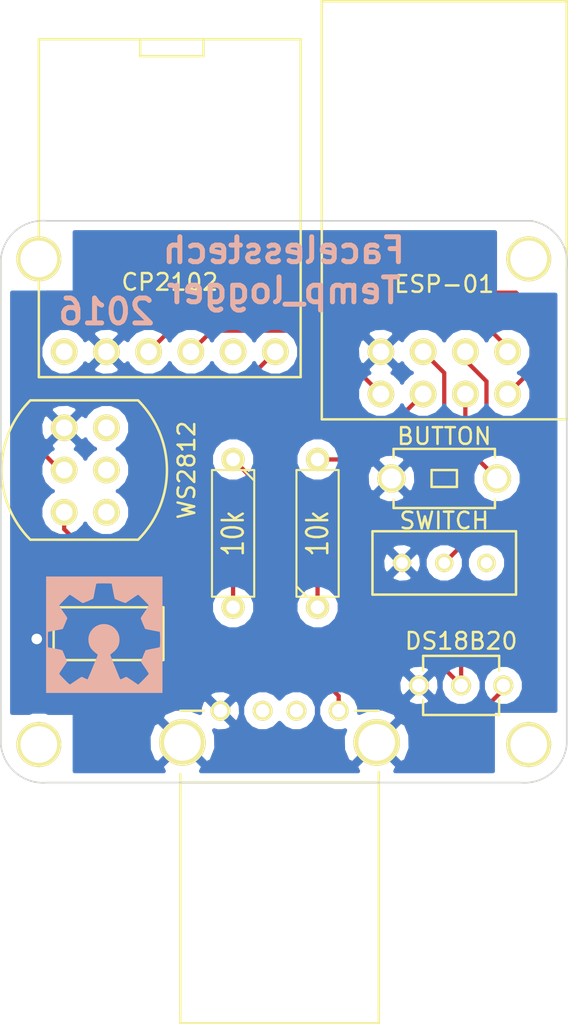
<source format=kicad_pcb>
(kicad_pcb (version 3) (host pcbnew "(22-Jun-2014 BZR 4027)-stable")

  (general
    (links 24)
    (no_connects 0)
    (area 173.5201 130.988999 220.196777 193.115001)
    (thickness 1.6)
    (drawings 12)
    (tracks 87)
    (zones 0)
    (modules 17)
    (nets 10)
  )

  (page A3)
  (layers
    (15 F.Cu signal)
    (0 B.Cu signal hide)
    (16 B.Adhes user)
    (17 F.Adhes user)
    (18 B.Paste user)
    (19 F.Paste user)
    (20 B.SilkS user)
    (21 F.SilkS user)
    (22 B.Mask user)
    (23 F.Mask user)
    (24 Dwgs.User user)
    (25 Cmts.User user)
    (26 Eco1.User user)
    (27 Eco2.User user)
    (28 Edge.Cuts user)
  )

  (setup
    (last_trace_width 0.254)
    (trace_clearance 0.254)
    (zone_clearance 0.508)
    (zone_45_only no)
    (trace_min 0.254)
    (segment_width 0.2)
    (edge_width 0.1)
    (via_size 0.889)
    (via_drill 0.635)
    (via_min_size 0.889)
    (via_min_drill 0.508)
    (uvia_size 0.508)
    (uvia_drill 0.127)
    (uvias_allowed no)
    (uvia_min_size 0.508)
    (uvia_min_drill 0.127)
    (pcb_text_width 0.3)
    (pcb_text_size 1.5 1.5)
    (mod_edge_width 0.15)
    (mod_text_size 1 1)
    (mod_text_width 0.15)
    (pad_size 2.7 2.7)
    (pad_drill 2.2)
    (pad_to_mask_clearance 0)
    (aux_axis_origin 0 0)
    (visible_elements FFFFFFBF)
    (pcbplotparams
      (layerselection 284196865)
      (usegerberextensions true)
      (excludeedgelayer true)
      (linewidth 0.150000)
      (plotframeref false)
      (viasonmask false)
      (mode 1)
      (useauxorigin false)
      (hpglpennumber 1)
      (hpglpenspeed 20)
      (hpglpendiameter 15)
      (hpglpenoverlay 2)
      (psnegative false)
      (psa4output false)
      (plotreference true)
      (plotvalue true)
      (plotothertext true)
      (plotinvisibletext false)
      (padsonsilk false)
      (subtractmaskfromsilk false)
      (outputformat 1)
      (mirror false)
      (drillshape 0)
      (scaleselection 1)
      (outputdirectory gerbers/))
  )

  (net 0 "")
  (net 1 N-000001)
  (net 2 N-0000011)
  (net 3 N-0000012)
  (net 4 N-000002)
  (net 5 N-000003)
  (net 6 N-000004)
  (net 7 N-000005)
  (net 8 N-000006)
  (net 9 N-000009)

  (net_class Default "This is the default net class."
    (clearance 0.254)
    (trace_width 0.254)
    (via_dia 0.889)
    (via_drill 0.635)
    (uvia_dia 0.508)
    (uvia_drill 0.127)
    (add_net "")
    (add_net N-000001)
    (add_net N-0000011)
    (add_net N-0000012)
    (add_net N-000002)
    (add_net N-000003)
    (add_net N-000004)
    (add_net N-000005)
    (add_net N-000006)
    (add_net N-000009)
  )

  (module esp-01_custom (layer F.Cu) (tedit 56B24D92) (tstamp 56A7D78B)
    (at 207.01 153.67 180)
    (path /56A68305)
    (fp_text reference U2 (at 0 -5.588 180) (layer F.SilkS) hide
      (effects (font (size 1 1) (thickness 0.15)))
    )
    (fp_text value ESP-01 (at 0 5.334 180) (layer F.SilkS)
      (effects (font (size 1 1) (thickness 0.15)))
    )
    (fp_line (start -7.366 -2.794) (end -7.366 22.352) (layer F.SilkS) (width 0.15))
    (fp_line (start -7.366 22.352) (end 7.366 22.352) (layer F.SilkS) (width 0.15))
    (fp_line (start 7.366 22.352) (end 7.366 -2.794) (layer F.SilkS) (width 0.15))
    (fp_line (start -7.366 -2.794) (end 7.366 -2.794) (layer F.SilkS) (width 0.15))
    (pad 6 thru_hole circle (at -1.27 -1.27 180) (size 1.6 1.6) (drill 1)
      (layers *.Cu *.Mask F.SilkS)
      (net 1 N-000001)
    )
    (pad 5 thru_hole circle (at -1.27 1.27 180) (size 1.6 1.6) (drill 1)
      (layers *.Cu *.Mask F.SilkS)
      (net 5 N-000003)
    )
    (pad 3 thru_hole circle (at 1.27 1.27 180) (size 1.6 1.6) (drill 1)
      (layers *.Cu *.Mask F.SilkS)
      (net 6 N-000004)
    )
    (pad 4 thru_hole circle (at 1.27 -1.27 180) (size 1.6 1.6) (drill 1)
      (layers *.Cu *.Mask F.SilkS)
      (net 8 N-000006)
    )
    (pad 2 thru_hole circle (at 3.81 -1.27 180) (size 1.6 1.6) (drill 1)
      (layers *.Cu *.Mask F.SilkS)
      (net 3 N-0000012)
    )
    (pad 1 thru_hole circle (at 3.81 1.27 180) (size 1.6 1.6) (drill 1)
      (layers *.Cu *.Mask F.SilkS)
      (net 7 N-000005)
    )
    (pad 7 thru_hole circle (at -3.81 1.27 180) (size 1.6 1.6) (drill 1)
      (layers *.Cu *.Mask F.SilkS)
      (net 9 N-000009)
    )
    (pad 8 thru_hole circle (at -3.81 -1.27 180) (size 1.6 1.6) (drill 1)
      (layers *.Cu *.Mask F.SilkS)
      (net 2 N-0000011)
    )
  )

  (module R3-5 (layer F.Cu) (tedit 56B24DE7) (tstamp 56A7CCE2)
    (at 199.39 163.322 90)
    (path /56A68489)
    (fp_text reference 10k (at 0 0 90) (layer F.SilkS)
      (effects (font (size 1.27 1.016) (thickness 0.1524)))
    )
    (fp_text value R (at 0 0 90) (layer F.SilkS) hide
      (effects (font (size 1.27 1.016) (thickness 0.1524)))
    )
    (fp_line (start -3.81 -0.635) (end -3.81 1.27) (layer F.SilkS) (width 0.127))
    (fp_line (start -3.81 1.27) (end 3.81 1.27) (layer F.SilkS) (width 0.127))
    (fp_line (start 3.81 1.27) (end 3.81 -1.27) (layer F.SilkS) (width 0.127))
    (fp_line (start 3.81 -1.27) (end -3.81 -1.27) (layer F.SilkS) (width 0.127))
    (fp_line (start -3.81 -1.27) (end -3.81 -0.635) (layer F.SilkS) (width 0.127))
    (fp_line (start -4.445 0) (end -3.81 0) (layer F.SilkS) (width 0.127))
    (fp_line (start 3.81 0) (end 4.445 0) (layer F.SilkS) (width 0.127))
    (fp_line (start -3.81 -0.635) (end -3.175 -1.27) (layer F.SilkS) (width 0.127))
    (pad 1 thru_hole circle (at -4.445 0 90) (size 1.397 1.397) (drill 0.8128)
      (layers *.Cu *.Mask F.SilkS)
      (net 2 N-0000011)
    )
    (pad 2 thru_hole circle (at 4.445 0 90) (size 1.397 1.397) (drill 0.8128)
      (layers *.Cu *.Mask F.SilkS)
      (net 8 N-000006)
    )
    (model discret/resistor.wrl
      (at (xyz 0 0 0))
      (scale (xyz 0.35 0.35 0.3))
      (rotate (xyz 0 0 0))
    )
  )

  (module R3-5 (layer F.Cu) (tedit 56B24DE3) (tstamp 56A7CCF0)
    (at 194.31 163.322 270)
    (path /56A68498)
    (fp_text reference 10k (at 0 0 270) (layer F.SilkS)
      (effects (font (size 1.27 1.016) (thickness 0.1524)))
    )
    (fp_text value R (at 0 0 270) (layer F.SilkS) hide
      (effects (font (size 1.27 1.016) (thickness 0.1524)))
    )
    (fp_line (start -3.81 -0.635) (end -3.81 1.27) (layer F.SilkS) (width 0.127))
    (fp_line (start -3.81 1.27) (end 3.81 1.27) (layer F.SilkS) (width 0.127))
    (fp_line (start 3.81 1.27) (end 3.81 -1.27) (layer F.SilkS) (width 0.127))
    (fp_line (start 3.81 -1.27) (end -3.81 -1.27) (layer F.SilkS) (width 0.127))
    (fp_line (start -3.81 -1.27) (end -3.81 -0.635) (layer F.SilkS) (width 0.127))
    (fp_line (start -4.445 0) (end -3.81 0) (layer F.SilkS) (width 0.127))
    (fp_line (start 3.81 0) (end 4.445 0) (layer F.SilkS) (width 0.127))
    (fp_line (start -3.81 -0.635) (end -3.175 -1.27) (layer F.SilkS) (width 0.127))
    (pad 1 thru_hole circle (at -4.445 0 270) (size 1.397 1.397) (drill 0.8128)
      (layers *.Cu *.Mask F.SilkS)
      (net 6 N-000004)
    )
    (pad 2 thru_hole circle (at 4.445 0 270) (size 1.397 1.397) (drill 0.8128)
      (layers *.Cu *.Mask F.SilkS)
      (net 2 N-0000011)
    )
    (model discret/resistor.wrl
      (at (xyz 0 0 0))
      (scale (xyz 0.35 0.35 0.3))
      (rotate (xyz 0 0 0))
    )
  )

  (module CP2102_Custom (layer F.Cu) (tedit 56B24DDC) (tstamp 56A7D407)
    (at 190.5 152.4 180)
    (path /56A68443)
    (fp_text reference U1 (at 0 -4.064 180) (layer F.SilkS) hide
      (effects (font (size 1 1) (thickness 0.15)))
    )
    (fp_text value CP2102 (at 0 4.191 180) (layer F.SilkS)
      (effects (font (size 1 1) (thickness 0.15)))
    )
    (fp_line (start -2.032 18.796) (end -2.032 17.78) (layer F.SilkS) (width 0.15))
    (fp_line (start -2.032 17.78) (end 1.778 17.78) (layer F.SilkS) (width 0.15))
    (fp_line (start 1.778 17.78) (end 1.778 18.796) (layer F.SilkS) (width 0.15))
    (fp_line (start -7.874 -1.524) (end -7.874 18.796) (layer F.SilkS) (width 0.15))
    (fp_line (start -7.874 18.796) (end 7.874 18.796) (layer F.SilkS) (width 0.15))
    (fp_line (start 7.874 18.796) (end 7.874 -1.524) (layer F.SilkS) (width 0.15))
    (fp_line (start -7.874 -1.524) (end 7.874 -1.524) (layer F.SilkS) (width 0.15))
    (pad 3 thru_hole circle (at -1.27 0 180) (size 1.6 1.6) (drill 1)
      (layers *.Cu *.Mask F.SilkS)
      (net 3 N-0000012)
    )
    (pad 4 thru_hole circle (at 1.27 0 180) (size 1.6 1.6) (drill 1)
      (layers *.Cu *.Mask F.SilkS)
      (net 9 N-000009)
    )
    (pad 5 thru_hole circle (at 3.81 0 180) (size 1.6 1.6) (drill 1)
      (layers *.Cu *.Mask F.SilkS)
      (net 7 N-000005)
    )
    (pad 6 thru_hole circle (at 6.35 0 180) (size 1.6 1.6) (drill 1)
      (layers *.Cu *.Mask F.SilkS)
    )
    (pad 2 thru_hole circle (at -3.81 0 180) (size 1.6 1.6) (drill 1)
      (layers *.Cu *.Mask F.SilkS)
    )
    (pad 1 thru_hole circle (at -6.35 0 180) (size 1.6 1.6) (drill 1)
      (layers *.Cu *.Mask F.SilkS)
      (net 2 N-0000011)
    )
  )

  (module male_usb_custom (layer F.Cu) (tedit 56B24D82) (tstamp 56A93A22)
    (at 197.104 173.99)
    (path /56A684C0)
    (fp_text reference U6 (at 0 -3.556) (layer F.SilkS) hide
      (effects (font (size 1 1) (thickness 0.15)))
    )
    (fp_text value MALE_USB_CUSTOM (at 0 3.81) (layer F.SilkS) hide
      (effects (font (size 1 1) (thickness 0.15)))
    )
    (fp_line (start -5.969 4.318) (end 5.969 4.318) (layer F.SilkS) (width 0.15))
    (fp_line (start 5.969 3.683) (end 5.969 18.796) (layer F.SilkS) (width 0.15))
    (fp_line (start 5.969 18.796) (end -5.969 18.796) (layer F.SilkS) (width 0.15))
    (fp_line (start -5.969 18.796) (end -5.969 3.81) (layer F.SilkS) (width 0.15))
    (fp_line (start 4.572 0) (end 5.969 0) (layer F.SilkS) (width 0.15))
    (fp_line (start -4.572 0) (end -5.969 0) (layer F.SilkS) (width 0.15))
    (pad 4 thru_hole circle (at -5.842 1.905) (size 2.8 2.8) (drill 2.2)
      (layers *.Cu *.Mask F.SilkS)
      (net 7 N-000005)
    )
    (pad 4 thru_hole circle (at 5.842 1.905) (size 2.8 2.8) (drill 2.2)
      (layers *.Cu *.Mask F.SilkS)
      (net 7 N-000005)
    )
    (pad 4 thru_hole circle (at -3.556 0) (size 1.2 1.2) (drill 0.8)
      (layers *.Cu *.Mask F.SilkS)
      (net 7 N-000005)
    )
    (pad 3 thru_hole circle (at -1.016 0) (size 1.2 1.2) (drill 0.8)
      (layers *.Cu *.Mask F.SilkS)
    )
    (pad 2 thru_hole circle (at 1.016 0) (size 1.2 1.2) (drill 0.8)
      (layers *.Cu *.Mask F.SilkS)
    )
    (pad 1 thru_hole circle (at 3.556 0) (size 1.2 1.2) (drill 0.8)
      (layers *.Cu *.Mask F.SilkS)
      (net 4 N-000002)
    )
  )

  (module ws2812_custom (layer F.Cu) (tedit 56B24D70) (tstamp 56ACD98A)
    (at 185.42 159.512 90)
    (path /56A684A7)
    (fp_text reference U3 (at 5.08 0 180) (layer F.SilkS) hide
      (effects (font (size 1 1) (thickness 0.15)))
    )
    (fp_text value WS2812 (at 0 6.096 90) (layer F.SilkS)
      (effects (font (size 1 1) (thickness 0.15)))
    )
    (fp_line (start 4.191 -3.302) (end 4.191 3.175) (layer F.SilkS) (width 0.15))
    (fp_line (start -4.191 -3.302) (end -4.191 3.175) (layer F.SilkS) (width 0.15))
    (fp_arc (start 0 -1.016) (end 4.191 3.175) (angle 90) (layer F.SilkS) (width 0.15))
    (fp_arc (start 0 0.889) (end -4.191 -3.302) (angle 90) (layer F.SilkS) (width 0.15))
    (pad 3 thru_hole circle (at -2.54 -1.27 90) (size 1.6 1.6) (drill 1)
      (layers *.Cu *.Mask F.SilkS)
      (net 2 N-0000011)
    )
    (pad 2 thru_hole circle (at 0 -1.27 90) (size 1.6 1.6) (drill 1)
      (layers *.Cu *.Mask F.SilkS)
      (net 5 N-000003)
    )
    (pad 1 thru_hole circle (at 2.54 -1.27 90) (size 1.6 1.6) (drill 1)
      (layers *.Cu *.Mask F.SilkS)
      (net 7 N-000005)
    )
    (pad 6 thru_hole circle (at -2.54 1.27 90) (size 1.6 1.6) (drill 1)
      (layers *.Cu *.Mask F.SilkS)
    )
    (pad 5 thru_hole circle (at 0 1.27 90) (size 1.6 1.6) (drill 1)
      (layers *.Cu *.Mask F.SilkS)
    )
    (pad 4 thru_hole circle (at 2.54 1.27 90) (size 1.6 1.6) (drill 1)
      (layers *.Cu *.Mask F.SilkS)
    )
  )

  (module switch_small_custom (layer F.Cu) (tedit 56B24DAF) (tstamp 56ACE785)
    (at 207.01 165.1)
    (path /56A68470)
    (fp_text reference SW1 (at 0 -4.064) (layer F.SilkS) hide
      (effects (font (size 1 1) (thickness 0.15)))
    )
    (fp_text value SWITCH (at 0 -2.54) (layer F.SilkS)
      (effects (font (size 1 1) (thickness 0.15)))
    )
    (fp_line (start -4.318 -1.905) (end 4.318 -1.905) (layer F.SilkS) (width 0.15))
    (fp_line (start 4.318 -1.905) (end 4.318 1.905) (layer F.SilkS) (width 0.15))
    (fp_line (start 4.318 1.905) (end -4.318 1.905) (layer F.SilkS) (width 0.15))
    (fp_line (start -4.318 1.905) (end -4.318 -1.905) (layer F.SilkS) (width 0.15))
    (pad 2 thru_hole circle (at 0 0) (size 1.1 1.1) (drill 0.7)
      (layers *.Cu *.Mask F.SilkS)
      (net 5 N-000003)
    )
    (pad 1 thru_hole circle (at -2.54 0) (size 1.1 1.1) (drill 0.7)
      (layers *.Cu *.Mask F.SilkS)
      (net 7 N-000005)
    )
    (pad 3 thru_hole circle (at 2.54 0) (size 1.1 1.1) (drill 0.7)
      (layers *.Cu *.Mask F.SilkS)
    )
  )

  (module button_single_custom (layer F.Cu) (tedit 56B24DC8) (tstamp 56AD0313)
    (at 207.01 160.02 180)
    (path /56A68461)
    (fp_text reference SW2 (at 0 -4.064 180) (layer F.SilkS) hide
      (effects (font (size 1 1) (thickness 0.15)))
    )
    (fp_text value BUTTON (at 0 2.54 180) (layer F.SilkS)
      (effects (font (size 1 1) (thickness 0.15)))
    )
    (fp_line (start -0.762 -0.508) (end -0.762 0.508) (layer F.SilkS) (width 0.15))
    (fp_line (start -0.762 0.508) (end 0.762 0.508) (layer F.SilkS) (width 0.15))
    (fp_line (start 0.762 0.508) (end 0.762 -0.508) (layer F.SilkS) (width 0.15))
    (fp_line (start 0.762 -0.508) (end -0.762 -0.508) (layer F.SilkS) (width 0.15))
    (fp_line (start -3.048 1.778) (end 3.048 1.778) (layer F.SilkS) (width 0.15))
    (fp_line (start 3.048 1.778) (end 3.048 1.27) (layer F.SilkS) (width 0.15))
    (fp_line (start -3.048 1.27) (end -3.048 1.778) (layer F.SilkS) (width 0.15))
    (fp_line (start -3.048 -1.778) (end -3.048 -1.27) (layer F.SilkS) (width 0.15))
    (fp_line (start -3.048 -1.778) (end 3.048 -1.778) (layer F.SilkS) (width 0.15))
    (fp_line (start 3.048 -1.778) (end 3.048 -1.27) (layer F.SilkS) (width 0.15))
    (pad 1 thru_hole circle (at -3.175 0 180) (size 1.7 1.7) (drill 1.2)
      (layers *.Cu *.Mask F.SilkS)
      (net 1 N-000001)
    )
    (pad 2 thru_hole circle (at 3.175 0 180) (size 1.7 1.7) (drill 1.2)
      (layers *.Cu *.Mask F.SilkS)
      (net 7 N-000005)
    )
  )

  (module ds18b20_custom (layer F.Cu) (tedit 56B24DB6) (tstamp 56AD05EB)
    (at 208.026 172.466)
    (path /56A6898A)
    (fp_text reference U4 (at 0 -2.921) (layer F.SilkS) hide
      (effects (font (size 1 1) (thickness 0.15)))
    )
    (fp_text value DS18B20 (at 0 -2.667) (layer F.SilkS)
      (effects (font (size 1 1) (thickness 0.15)))
    )
    (fp_line (start -2.286 1.778) (end -2.286 0.889) (layer F.SilkS) (width 0.15))
    (fp_line (start -2.286 -1.778) (end -2.286 -0.889) (layer F.SilkS) (width 0.15))
    (fp_line (start 2.286 1.778) (end 2.286 0.889) (layer F.SilkS) (width 0.15))
    (fp_line (start 2.286 -1.778) (end 2.286 -0.889) (layer F.SilkS) (width 0.15))
    (fp_line (start -2.286 1.778) (end 2.286 1.778) (layer F.SilkS) (width 0.15))
    (fp_line (start 2.286 -1.778) (end -2.286 -1.778) (layer F.SilkS) (width 0.15))
    (pad 2 thru_hole circle (at 0 0) (size 1.2 1.2) (drill 0.8)
      (layers *.Cu *.Mask F.SilkS)
      (net 6 N-000004)
    )
    (pad 1 thru_hole circle (at -2.54 0) (size 1.2 1.2) (drill 0.8)
      (layers *.Cu *.Mask F.SilkS)
      (net 7 N-000005)
    )
    (pad 3 thru_hole circle (at 2.54 0) (size 1.2 1.2) (drill 0.8)
      (layers *.Cu *.Mask F.SilkS)
      (net 2 N-0000011)
    )
  )

  (module AMS1117_custom (layer F.Cu) (tedit 56B24D7B) (tstamp 56AD09ED)
    (at 186.817 172.593)
    (path /56A687AE)
    (fp_text reference U5 (at 0 -9.779) (layer F.SilkS) hide
      (effects (font (size 1 1) (thickness 0.15)))
    )
    (fp_text value 3.3_VOLTAGE_REG (at 0 3.81) (layer F.SilkS) hide
      (effects (font (size 1 1) (thickness 0.15)))
    )
    (fp_line (start -3.302 -4.826) (end 3.302 -4.826) (layer F.SilkS) (width 0.15))
    (fp_line (start 3.302 -4.826) (end 3.302 -1.651) (layer F.SilkS) (width 0.15))
    (fp_line (start 3.302 -1.651) (end -3.302 -1.651) (layer F.SilkS) (width 0.15))
    (fp_line (start -3.302 -1.651) (end -3.302 -4.826) (layer F.SilkS) (width 0.15))
    (pad 1 smd rect (at -2.286 0) (size 1.2 1.2)
      (layers F.Cu F.Paste F.Mask)
      (net 7 N-000005)
    )
    (pad 2 smd rect (at 0 0) (size 1.2 1.2)
      (layers F.Cu F.Paste F.Mask)
      (net 2 N-0000011)
    )
    (pad 3 smd rect (at 2.286 0) (size 1.2 1.2)
      (layers F.Cu F.Paste F.Mask)
      (net 4 N-000002)
    )
    (pad 0 smd rect (at 0.127 -6.223) (size 3 1.2)
      (layers F.Cu F.Paste F.Mask)
    )
  )

  (module M2_1pin_custom (layer F.Cu) (tedit 56B24DD3) (tstamp 56B07AEC)
    (at 212.09 146.812)
    (fp_text reference M2_1pin_custom (at 0 2.413) (layer F.SilkS) hide
      (effects (font (size 1 1) (thickness 0.15)))
    )
    (fp_text value VAL** (at 0 -2.794) (layer F.SilkS) hide
      (effects (font (size 1 1) (thickness 0.15)))
    )
    (pad 1 thru_hole circle (at 0 0) (size 2.7 2.7) (drill 2.2)
      (layers *.Cu *.Mask F.SilkS)
    )
  )

  (module M2_1pin_custom (layer F.Cu) (tedit 56B24D78) (tstamp 56B07B0B)
    (at 182.626 176.022)
    (fp_text reference M2_1pin_custom (at 0 2.413) (layer F.SilkS) hide
      (effects (font (size 1 1) (thickness 0.15)))
    )
    (fp_text value VAL** (at 0 -2.794) (layer F.SilkS) hide
      (effects (font (size 1 1) (thickness 0.15)))
    )
    (pad 1 thru_hole circle (at 0 0) (size 2.7 2.7) (drill 2.2)
      (layers *.Cu *.Mask F.SilkS)
    )
  )

  (module M2_1pin_custom (layer F.Cu) (tedit 56B24D5B) (tstamp 56B07B14)
    (at 182.626 146.812)
    (fp_text reference M2_1pin_custom (at 0 2.413) (layer F.SilkS) hide
      (effects (font (size 1 1) (thickness 0.15)))
    )
    (fp_text value VAL** (at 0 -2.794) (layer F.SilkS) hide
      (effects (font (size 1 1) (thickness 0.15)))
    )
    (pad 1 thru_hole circle (at 0 0) (size 2.7 2.7) (drill 2.2)
      (layers *.Cu *.Mask F.SilkS)
    )
  )

  (module M2_1pin_custom (layer F.Cu) (tedit 56B24D8D) (tstamp 56B07B1D)
    (at 212.09 176.022)
    (fp_text reference M2_1pin_custom (at 0 2.413) (layer F.SilkS) hide
      (effects (font (size 1 1) (thickness 0.15)))
    )
    (fp_text value VAL** (at 0 -2.794) (layer F.SilkS) hide
      (effects (font (size 1 1) (thickness 0.15)))
    )
    (pad 1 thru_hole circle (at 0 0) (size 2.7 2.7) (drill 2.2)
      (layers *.Cu *.Mask F.SilkS)
    )
  )

  (module OSH_final (layer F.Cu) (tedit 0) (tstamp 56B3087C)
    (at 186.69 169.418)
    (fp_text reference VAL (at 0 0) (layer F.SilkS) hide
      (effects (font (size 1.143 1.143) (thickness 0.1778)))
    )
    (fp_text value OSH_final (at 0 0) (layer F.SilkS) hide
      (effects (font (size 1.143 1.143) (thickness 0.1778)))
    )
    (fp_poly (pts (xy -3.50012 3.50012) (xy -3.3909 3.50012) (xy -3.3909 0.4318) (xy -3.3909 0.29464)
      (xy -3.3909 0.14986) (xy -3.3909 0.0381) (xy -3.38836 -0.04572) (xy -3.38582 -0.10414)
      (xy -3.38074 -0.14224) (xy -3.37566 -0.1651) (xy -3.36804 -0.17272) (xy -3.34264 -0.1778)
      (xy -3.2893 -0.1905) (xy -3.21056 -0.20574) (xy -3.1115 -0.22606) (xy -2.99974 -0.24638)
      (xy -2.92608 -0.25908) (xy -2.80924 -0.28194) (xy -2.70256 -0.30226) (xy -2.61366 -0.32004)
      (xy -2.54762 -0.33528) (xy -2.50952 -0.3429) (xy -2.49936 -0.34798) (xy -2.4892 -0.3683)
      (xy -2.46634 -0.41656) (xy -2.43586 -0.48514) (xy -2.4003 -0.56642) (xy -2.3622 -0.65532)
      (xy -2.3241 -0.74676) (xy -2.28854 -0.83312) (xy -2.25806 -0.90678) (xy -2.23774 -0.96266)
      (xy -2.22504 -0.99568) (xy -2.22504 -0.99822) (xy -2.2352 -1.02362) (xy -2.2606 -1.07188)
      (xy -2.30124 -1.13284) (xy -2.33934 -1.19126) (xy -2.4511 -1.34874) (xy -2.54 -1.48082)
      (xy -2.60858 -1.58496) (xy -2.65938 -1.6637) (xy -2.6924 -1.71958) (xy -2.70764 -1.7526)
      (xy -2.71018 -1.75768) (xy -2.69748 -1.778) (xy -2.66446 -1.81864) (xy -2.61366 -1.87452)
      (xy -2.54762 -1.9431) (xy -2.4765 -2.0193) (xy -2.39776 -2.09804) (xy -2.31902 -2.17678)
      (xy -2.24536 -2.25044) (xy -2.17932 -2.31394) (xy -2.12598 -2.36474) (xy -2.08788 -2.39522)
      (xy -2.07264 -2.40538) (xy -2.05232 -2.39522) (xy -2.0066 -2.36728) (xy -1.94056 -2.32664)
      (xy -1.85928 -2.27076) (xy -1.76276 -2.20726) (xy -1.68656 -2.15392) (xy -1.58242 -2.08534)
      (xy -1.49098 -2.02184) (xy -1.41224 -1.97104) (xy -1.35128 -1.93294) (xy -1.31064 -1.91008)
      (xy -1.29794 -1.90246) (xy -1.27254 -1.91008) (xy -1.2192 -1.92786) (xy -1.14808 -1.9558)
      (xy -1.06426 -1.99136) (xy -0.97282 -2.02692) (xy -0.88392 -2.06756) (xy -0.80264 -2.10312)
      (xy -0.73406 -2.13614) (xy -0.6858 -2.159) (xy -0.66294 -2.17424) (xy -0.66294 -2.17424)
      (xy -0.65532 -2.19964) (xy -0.64262 -2.25298) (xy -0.62738 -2.33172) (xy -0.60706 -2.43078)
      (xy -0.58674 -2.54254) (xy -0.57404 -2.6035) (xy -0.55372 -2.72034) (xy -0.53086 -2.82956)
      (xy -0.51308 -2.921) (xy -0.49784 -2.99212) (xy -0.48768 -3.03784) (xy -0.48514 -3.048)
      (xy -0.47752 -3.0607) (xy -0.4699 -3.06832) (xy -0.45212 -3.07594) (xy -0.42418 -3.08102)
      (xy -0.381 -3.08356) (xy -0.3175 -3.0861) (xy -0.2286 -3.0861) (xy -0.11176 -3.08864)
      (xy -0.02032 -3.08864) (xy 0.10922 -3.0861) (xy 0.22352 -3.0861) (xy 0.3175 -3.08102)
      (xy 0.38862 -3.07848) (xy 0.42926 -3.0734) (xy 0.43942 -3.07086) (xy 0.4445 -3.05054)
      (xy 0.4572 -2.9972) (xy 0.47244 -2.921) (xy 0.49276 -2.82194) (xy 0.51308 -2.71018)
      (xy 0.53086 -2.6162) (xy 0.55372 -2.49682) (xy 0.57658 -2.38506) (xy 0.5969 -2.29108)
      (xy 0.61468 -2.21996) (xy 0.62738 -2.17424) (xy 0.635 -2.16154) (xy 0.6604 -2.14376)
      (xy 0.7112 -2.1209) (xy 0.78232 -2.09042) (xy 0.86614 -2.05486) (xy 0.95758 -2.0193)
      (xy 1.04648 -1.98374) (xy 1.1303 -1.95072) (xy 1.20142 -1.92786) (xy 1.25222 -1.91262)
      (xy 1.27508 -1.90754) (xy 1.2954 -1.92024) (xy 1.34366 -1.95072) (xy 1.4097 -1.9939)
      (xy 1.49352 -2.04978) (xy 1.59004 -2.11328) (xy 1.65608 -2.16154) (xy 1.75768 -2.23012)
      (xy 1.84658 -2.29108) (xy 1.92532 -2.34188) (xy 1.98628 -2.37998) (xy 2.02184 -2.4003)
      (xy 2.032 -2.40538) (xy 2.05232 -2.39268) (xy 2.09296 -2.35966) (xy 2.14884 -2.30632)
      (xy 2.21996 -2.23774) (xy 2.30378 -2.15646) (xy 2.36728 -2.09296) (xy 2.47142 -1.98882)
      (xy 2.5527 -1.905) (xy 2.61112 -1.8415) (xy 2.64668 -1.79578) (xy 2.667 -1.7653)
      (xy 2.66954 -1.74752) (xy 2.65684 -1.72466) (xy 2.6289 -1.6764) (xy 2.58318 -1.60528)
      (xy 2.5273 -1.52146) (xy 2.4638 -1.42748) (xy 2.4257 -1.3716) (xy 2.35966 -1.27254)
      (xy 2.2987 -1.1811) (xy 2.2479 -1.10236) (xy 2.21234 -1.04394) (xy 2.19202 -1.00584)
      (xy 2.18948 -0.99568) (xy 2.1971 -0.97028) (xy 2.21488 -0.91948) (xy 2.24282 -0.84836)
      (xy 2.27838 -0.76454) (xy 2.31394 -0.6731) (xy 2.35204 -0.58166) (xy 2.39014 -0.50038)
      (xy 2.42062 -0.42926) (xy 2.44602 -0.37846) (xy 2.45872 -0.35306) (xy 2.45872 -0.35306)
      (xy 2.48158 -0.34544) (xy 2.53238 -0.33274) (xy 2.60858 -0.31496) (xy 2.7051 -0.29464)
      (xy 2.81686 -0.27432) (xy 2.89052 -0.25908) (xy 3.0099 -0.23622) (xy 3.11658 -0.2159)
      (xy 3.20802 -0.19812) (xy 3.27914 -0.18542) (xy 3.32232 -0.17526) (xy 3.33248 -0.17272)
      (xy 3.3401 -0.1524) (xy 3.34772 -0.1016) (xy 3.35026 -0.02794) (xy 3.35534 0.0635)
      (xy 3.35788 0.17018) (xy 3.35788 0.2794) (xy 3.35788 0.39116) (xy 3.35788 0.49784)
      (xy 3.3528 0.59182) (xy 3.34772 0.67056) (xy 3.34264 0.7239) (xy 3.33502 0.7493)
      (xy 3.33502 0.7493) (xy 3.30962 0.75692) (xy 3.25628 0.76962) (xy 3.18008 0.7874)
      (xy 3.08102 0.80772) (xy 2.96926 0.82804) (xy 2.9083 0.84074) (xy 2.794 0.86106)
      (xy 2.68732 0.88392) (xy 2.59842 0.90424) (xy 2.53238 0.91948) (xy 2.49174 0.93218)
      (xy 2.48412 0.93726) (xy 2.47142 0.96012) (xy 2.44856 1.01092) (xy 2.41808 1.08204)
      (xy 2.37998 1.16586) (xy 2.34442 1.25984) (xy 2.30632 1.35382) (xy 2.27076 1.44272)
      (xy 2.24028 1.51892) (xy 2.21996 1.57988) (xy 2.2098 1.61544) (xy 2.20726 1.62052)
      (xy 2.21742 1.64084) (xy 2.24536 1.68656) (xy 2.28854 1.7526) (xy 2.34188 1.83388)
      (xy 2.40538 1.92786) (xy 2.44094 1.97866) (xy 2.50952 2.07772) (xy 2.56794 2.16662)
      (xy 2.6162 2.24536) (xy 2.65176 2.30378) (xy 2.67208 2.33934) (xy 2.67462 2.3495)
      (xy 2.66192 2.36728) (xy 2.6289 2.40792) (xy 2.5781 2.4638) (xy 2.5146 2.53238)
      (xy 2.44094 2.60858) (xy 2.36474 2.68732) (xy 2.286 2.76606) (xy 2.21234 2.83972)
      (xy 2.1463 2.90322) (xy 2.09296 2.95402) (xy 2.0574 2.98704) (xy 2.03962 2.9972)
      (xy 2.02184 2.98704) (xy 1.97866 2.96164) (xy 1.91516 2.91846) (xy 1.83388 2.86512)
      (xy 1.74244 2.80162) (xy 1.68656 2.76352) (xy 1.5875 2.69748) (xy 1.4986 2.63906)
      (xy 1.4224 2.58826) (xy 1.36398 2.5527) (xy 1.32842 2.53238) (xy 1.3208 2.52984)
      (xy 1.2954 2.53746) (xy 1.24714 2.56032) (xy 1.18364 2.5908) (xy 1.14046 2.61366)
      (xy 1.06426 2.65176) (xy 1.01346 2.67462) (xy 0.97536 2.67462) (xy 0.94742 2.65176)
      (xy 0.92202 2.6035) (xy 0.889 2.52222) (xy 0.88392 2.51206) (xy 0.8636 2.4638)
      (xy 0.83312 2.38506) (xy 0.79248 2.286) (xy 0.74422 2.16662) (xy 0.68834 2.03708)
      (xy 0.63246 1.89738) (xy 0.59436 1.80848) (xy 0.53848 1.67386) (xy 0.48768 1.54686)
      (xy 0.4445 1.43764) (xy 0.4064 1.34366) (xy 0.37846 1.27254) (xy 0.36322 1.22682)
      (xy 0.35814 1.21412) (xy 0.37338 1.19126) (xy 0.40894 1.1557) (xy 0.46228 1.11252)
      (xy 0.48514 1.09474) (xy 0.635 0.97028) (xy 0.7493 0.8382) (xy 0.83312 0.6985)
      (xy 0.88646 0.5461) (xy 0.91186 0.37592) (xy 0.9144 0.28448) (xy 0.89916 0.1016)
      (xy 0.8509 -0.06604) (xy 0.76708 -0.22098) (xy 0.65278 -0.36068) (xy 0.6096 -0.40132)
      (xy 0.46482 -0.508) (xy 0.30734 -0.5842) (xy 0.14224 -0.62992) (xy -0.0254 -0.64262)
      (xy -0.19558 -0.62738) (xy -0.35814 -0.57912) (xy -0.51308 -0.50292) (xy -0.65278 -0.3937)
      (xy -0.70104 -0.34798) (xy -0.81534 -0.2032) (xy -0.89408 -0.0508) (xy -0.94234 0.1143)
      (xy -0.95758 0.29464) (xy -0.95758 0.29718) (xy -0.9398 0.47752) (xy -0.89154 0.6477)
      (xy -0.81026 0.80264) (xy -0.69342 0.94488) (xy -0.5461 1.07696) (xy -0.50546 1.10744)
      (xy -0.45212 1.14808) (xy -0.41402 1.18364) (xy -0.39624 1.20904) (xy -0.3937 1.21158)
      (xy -0.40132 1.23698) (xy -0.4191 1.28778) (xy -0.44704 1.35636) (xy -0.48006 1.43764)
      (xy -0.4826 1.4478) (xy -0.51308 1.52146) (xy -0.55626 1.62052) (xy -0.60452 1.7399)
      (xy -0.6604 1.87198) (xy -0.71882 2.01168) (xy -0.7747 2.15138) (xy -0.77978 2.16154)
      (xy -0.83312 2.28854) (xy -0.88138 2.40284) (xy -0.92456 2.50444) (xy -0.96012 2.58572)
      (xy -0.98552 2.64414) (xy -1.00076 2.67716) (xy -1.0033 2.6797) (xy -1.02616 2.6797)
      (xy -1.07188 2.66192) (xy -1.13792 2.63398) (xy -1.17856 2.61366) (xy -1.24968 2.5781)
      (xy -1.3081 2.55016) (xy -1.34874 2.53238) (xy -1.36144 2.52984) (xy -1.38176 2.54)
      (xy -1.42748 2.56794) (xy -1.49352 2.60858) (xy -1.5748 2.66192) (xy -1.66624 2.72542)
      (xy -1.69418 2.7432) (xy -1.78816 2.80924) (xy -1.87706 2.86766) (xy -1.95072 2.91846)
      (xy -2.0066 2.95402) (xy -2.03962 2.97688) (xy -2.0447 2.97942) (xy -2.05994 2.9845)
      (xy -2.07518 2.98196) (xy -2.0955 2.9718) (xy -2.12598 2.95148) (xy -2.16662 2.91338)
      (xy -2.22504 2.86004) (xy -2.2987 2.78638) (xy -2.39776 2.68986) (xy -2.39776 2.68986)
      (xy -2.4892 2.59588) (xy -2.57048 2.51206) (xy -2.63398 2.44348) (xy -2.68224 2.3876)
      (xy -2.7051 2.35458) (xy -2.71018 2.34696) (xy -2.70002 2.32156) (xy -2.67208 2.2733)
      (xy -2.63144 2.20472) (xy -2.57556 2.1209) (xy -2.51206 2.02692) (xy -2.4765 1.97358)
      (xy -2.41046 1.87706) (xy -2.35204 1.78816) (xy -2.30124 1.7145) (xy -2.26568 1.65862)
      (xy -2.24536 1.6256) (xy -2.24282 1.62052) (xy -2.25044 1.59766) (xy -2.26822 1.54686)
      (xy -2.29616 1.47828) (xy -2.32664 1.39446) (xy -2.36474 1.30302) (xy -2.40284 1.21158)
      (xy -2.4384 1.12268) (xy -2.47142 1.04394) (xy -2.49682 0.98552) (xy -2.5146 0.94996)
      (xy -2.51714 0.94488) (xy -2.53238 0.93218) (xy -2.5654 0.92202) (xy -2.6162 0.90678)
      (xy -2.68986 0.889) (xy -2.78638 0.86868) (xy -2.91338 0.84582) (xy -3.07086 0.81534)
      (xy -3.16738 0.79756) (xy -3.24358 0.78486) (xy -3.30708 0.77216) (xy -3.35026 0.762)
      (xy -3.36042 0.75946) (xy -3.37058 0.75438) (xy -3.3782 0.74422) (xy -3.38328 0.71882)
      (xy -3.38582 0.68072) (xy -3.38836 0.6223) (xy -3.3909 0.54102) (xy -3.3909 0.4318)
      (xy -3.3909 3.50012) (xy 0 3.50012) (xy 3.50012 3.50012) (xy 3.50012 0)
      (xy 3.50012 -3.50012) (xy 0 -3.50012) (xy -3.50012 -3.50012) (xy -3.50012 0)
      (xy -3.50012 3.50012) (xy -3.50012 3.50012)) (layer B.Cu) (width 0.00254))
  )

  (module OSH_final (layer F.Cu) (tedit 0) (tstamp 56B30885)
    (at 187.198 169.037)
    (fp_text reference VAL (at 0 0) (layer F.SilkS) hide
      (effects (font (size 1.143 1.143) (thickness 0.1778)))
    )
    (fp_text value OSH_final (at 0 0) (layer F.SilkS) hide
      (effects (font (size 1.143 1.143) (thickness 0.1778)))
    )
    (fp_poly (pts (xy -3.50012 3.50012) (xy -3.3909 3.50012) (xy -3.3909 0.4318) (xy -3.3909 0.29464)
      (xy -3.3909 0.14986) (xy -3.3909 0.0381) (xy -3.38836 -0.04572) (xy -3.38582 -0.10414)
      (xy -3.38074 -0.14224) (xy -3.37566 -0.1651) (xy -3.36804 -0.17272) (xy -3.34264 -0.1778)
      (xy -3.2893 -0.1905) (xy -3.21056 -0.20574) (xy -3.1115 -0.22606) (xy -2.99974 -0.24638)
      (xy -2.92608 -0.25908) (xy -2.80924 -0.28194) (xy -2.70256 -0.30226) (xy -2.61366 -0.32004)
      (xy -2.54762 -0.33528) (xy -2.50952 -0.3429) (xy -2.49936 -0.34798) (xy -2.4892 -0.3683)
      (xy -2.46634 -0.41656) (xy -2.43586 -0.48514) (xy -2.4003 -0.56642) (xy -2.3622 -0.65532)
      (xy -2.3241 -0.74676) (xy -2.28854 -0.83312) (xy -2.25806 -0.90678) (xy -2.23774 -0.96266)
      (xy -2.22504 -0.99568) (xy -2.22504 -0.99822) (xy -2.2352 -1.02362) (xy -2.2606 -1.07188)
      (xy -2.30124 -1.13284) (xy -2.33934 -1.19126) (xy -2.4511 -1.34874) (xy -2.54 -1.48082)
      (xy -2.60858 -1.58496) (xy -2.65938 -1.6637) (xy -2.6924 -1.71958) (xy -2.70764 -1.7526)
      (xy -2.71018 -1.75768) (xy -2.69748 -1.778) (xy -2.66446 -1.81864) (xy -2.61366 -1.87452)
      (xy -2.54762 -1.9431) (xy -2.4765 -2.0193) (xy -2.39776 -2.09804) (xy -2.31902 -2.17678)
      (xy -2.24536 -2.25044) (xy -2.17932 -2.31394) (xy -2.12598 -2.36474) (xy -2.08788 -2.39522)
      (xy -2.07264 -2.40538) (xy -2.05232 -2.39522) (xy -2.0066 -2.36728) (xy -1.94056 -2.32664)
      (xy -1.85928 -2.27076) (xy -1.76276 -2.20726) (xy -1.68656 -2.15392) (xy -1.58242 -2.08534)
      (xy -1.49098 -2.02184) (xy -1.41224 -1.97104) (xy -1.35128 -1.93294) (xy -1.31064 -1.91008)
      (xy -1.29794 -1.90246) (xy -1.27254 -1.91008) (xy -1.2192 -1.92786) (xy -1.14808 -1.9558)
      (xy -1.06426 -1.99136) (xy -0.97282 -2.02692) (xy -0.88392 -2.06756) (xy -0.80264 -2.10312)
      (xy -0.73406 -2.13614) (xy -0.6858 -2.159) (xy -0.66294 -2.17424) (xy -0.66294 -2.17424)
      (xy -0.65532 -2.19964) (xy -0.64262 -2.25298) (xy -0.62738 -2.33172) (xy -0.60706 -2.43078)
      (xy -0.58674 -2.54254) (xy -0.57404 -2.6035) (xy -0.55372 -2.72034) (xy -0.53086 -2.82956)
      (xy -0.51308 -2.921) (xy -0.49784 -2.99212) (xy -0.48768 -3.03784) (xy -0.48514 -3.048)
      (xy -0.47752 -3.0607) (xy -0.4699 -3.06832) (xy -0.45212 -3.07594) (xy -0.42418 -3.08102)
      (xy -0.381 -3.08356) (xy -0.3175 -3.0861) (xy -0.2286 -3.0861) (xy -0.11176 -3.08864)
      (xy -0.02032 -3.08864) (xy 0.10922 -3.0861) (xy 0.22352 -3.0861) (xy 0.3175 -3.08102)
      (xy 0.38862 -3.07848) (xy 0.42926 -3.0734) (xy 0.43942 -3.07086) (xy 0.4445 -3.05054)
      (xy 0.4572 -2.9972) (xy 0.47244 -2.921) (xy 0.49276 -2.82194) (xy 0.51308 -2.71018)
      (xy 0.53086 -2.6162) (xy 0.55372 -2.49682) (xy 0.57658 -2.38506) (xy 0.5969 -2.29108)
      (xy 0.61468 -2.21996) (xy 0.62738 -2.17424) (xy 0.635 -2.16154) (xy 0.6604 -2.14376)
      (xy 0.7112 -2.1209) (xy 0.78232 -2.09042) (xy 0.86614 -2.05486) (xy 0.95758 -2.0193)
      (xy 1.04648 -1.98374) (xy 1.1303 -1.95072) (xy 1.20142 -1.92786) (xy 1.25222 -1.91262)
      (xy 1.27508 -1.90754) (xy 1.2954 -1.92024) (xy 1.34366 -1.95072) (xy 1.4097 -1.9939)
      (xy 1.49352 -2.04978) (xy 1.59004 -2.11328) (xy 1.65608 -2.16154) (xy 1.75768 -2.23012)
      (xy 1.84658 -2.29108) (xy 1.92532 -2.34188) (xy 1.98628 -2.37998) (xy 2.02184 -2.4003)
      (xy 2.032 -2.40538) (xy 2.05232 -2.39268) (xy 2.09296 -2.35966) (xy 2.14884 -2.30632)
      (xy 2.21996 -2.23774) (xy 2.30378 -2.15646) (xy 2.36728 -2.09296) (xy 2.47142 -1.98882)
      (xy 2.5527 -1.905) (xy 2.61112 -1.8415) (xy 2.64668 -1.79578) (xy 2.667 -1.7653)
      (xy 2.66954 -1.74752) (xy 2.65684 -1.72466) (xy 2.6289 -1.6764) (xy 2.58318 -1.60528)
      (xy 2.5273 -1.52146) (xy 2.4638 -1.42748) (xy 2.4257 -1.3716) (xy 2.35966 -1.27254)
      (xy 2.2987 -1.1811) (xy 2.2479 -1.10236) (xy 2.21234 -1.04394) (xy 2.19202 -1.00584)
      (xy 2.18948 -0.99568) (xy 2.1971 -0.97028) (xy 2.21488 -0.91948) (xy 2.24282 -0.84836)
      (xy 2.27838 -0.76454) (xy 2.31394 -0.6731) (xy 2.35204 -0.58166) (xy 2.39014 -0.50038)
      (xy 2.42062 -0.42926) (xy 2.44602 -0.37846) (xy 2.45872 -0.35306) (xy 2.45872 -0.35306)
      (xy 2.48158 -0.34544) (xy 2.53238 -0.33274) (xy 2.60858 -0.31496) (xy 2.7051 -0.29464)
      (xy 2.81686 -0.27432) (xy 2.89052 -0.25908) (xy 3.0099 -0.23622) (xy 3.11658 -0.2159)
      (xy 3.20802 -0.19812) (xy 3.27914 -0.18542) (xy 3.32232 -0.17526) (xy 3.33248 -0.17272)
      (xy 3.3401 -0.1524) (xy 3.34772 -0.1016) (xy 3.35026 -0.02794) (xy 3.35534 0.0635)
      (xy 3.35788 0.17018) (xy 3.35788 0.2794) (xy 3.35788 0.39116) (xy 3.35788 0.49784)
      (xy 3.3528 0.59182) (xy 3.34772 0.67056) (xy 3.34264 0.7239) (xy 3.33502 0.7493)
      (xy 3.33502 0.7493) (xy 3.30962 0.75692) (xy 3.25628 0.76962) (xy 3.18008 0.7874)
      (xy 3.08102 0.80772) (xy 2.96926 0.82804) (xy 2.9083 0.84074) (xy 2.794 0.86106)
      (xy 2.68732 0.88392) (xy 2.59842 0.90424) (xy 2.53238 0.91948) (xy 2.49174 0.93218)
      (xy 2.48412 0.93726) (xy 2.47142 0.96012) (xy 2.44856 1.01092) (xy 2.41808 1.08204)
      (xy 2.37998 1.16586) (xy 2.34442 1.25984) (xy 2.30632 1.35382) (xy 2.27076 1.44272)
      (xy 2.24028 1.51892) (xy 2.21996 1.57988) (xy 2.2098 1.61544) (xy 2.20726 1.62052)
      (xy 2.21742 1.64084) (xy 2.24536 1.68656) (xy 2.28854 1.7526) (xy 2.34188 1.83388)
      (xy 2.40538 1.92786) (xy 2.44094 1.97866) (xy 2.50952 2.07772) (xy 2.56794 2.16662)
      (xy 2.6162 2.24536) (xy 2.65176 2.30378) (xy 2.67208 2.33934) (xy 2.67462 2.3495)
      (xy 2.66192 2.36728) (xy 2.6289 2.40792) (xy 2.5781 2.4638) (xy 2.5146 2.53238)
      (xy 2.44094 2.60858) (xy 2.36474 2.68732) (xy 2.286 2.76606) (xy 2.21234 2.83972)
      (xy 2.1463 2.90322) (xy 2.09296 2.95402) (xy 2.0574 2.98704) (xy 2.03962 2.9972)
      (xy 2.02184 2.98704) (xy 1.97866 2.96164) (xy 1.91516 2.91846) (xy 1.83388 2.86512)
      (xy 1.74244 2.80162) (xy 1.68656 2.76352) (xy 1.5875 2.69748) (xy 1.4986 2.63906)
      (xy 1.4224 2.58826) (xy 1.36398 2.5527) (xy 1.32842 2.53238) (xy 1.3208 2.52984)
      (xy 1.2954 2.53746) (xy 1.24714 2.56032) (xy 1.18364 2.5908) (xy 1.14046 2.61366)
      (xy 1.06426 2.65176) (xy 1.01346 2.67462) (xy 0.97536 2.67462) (xy 0.94742 2.65176)
      (xy 0.92202 2.6035) (xy 0.889 2.52222) (xy 0.88392 2.51206) (xy 0.8636 2.4638)
      (xy 0.83312 2.38506) (xy 0.79248 2.286) (xy 0.74422 2.16662) (xy 0.68834 2.03708)
      (xy 0.63246 1.89738) (xy 0.59436 1.80848) (xy 0.53848 1.67386) (xy 0.48768 1.54686)
      (xy 0.4445 1.43764) (xy 0.4064 1.34366) (xy 0.37846 1.27254) (xy 0.36322 1.22682)
      (xy 0.35814 1.21412) (xy 0.37338 1.19126) (xy 0.40894 1.1557) (xy 0.46228 1.11252)
      (xy 0.48514 1.09474) (xy 0.635 0.97028) (xy 0.7493 0.8382) (xy 0.83312 0.6985)
      (xy 0.88646 0.5461) (xy 0.91186 0.37592) (xy 0.9144 0.28448) (xy 0.89916 0.1016)
      (xy 0.8509 -0.06604) (xy 0.76708 -0.22098) (xy 0.65278 -0.36068) (xy 0.6096 -0.40132)
      (xy 0.46482 -0.508) (xy 0.30734 -0.5842) (xy 0.14224 -0.62992) (xy -0.0254 -0.64262)
      (xy -0.19558 -0.62738) (xy -0.35814 -0.57912) (xy -0.51308 -0.50292) (xy -0.65278 -0.3937)
      (xy -0.70104 -0.34798) (xy -0.81534 -0.2032) (xy -0.89408 -0.0508) (xy -0.94234 0.1143)
      (xy -0.95758 0.29464) (xy -0.95758 0.29718) (xy -0.9398 0.47752) (xy -0.89154 0.6477)
      (xy -0.81026 0.80264) (xy -0.69342 0.94488) (xy -0.5461 1.07696) (xy -0.50546 1.10744)
      (xy -0.45212 1.14808) (xy -0.41402 1.18364) (xy -0.39624 1.20904) (xy -0.3937 1.21158)
      (xy -0.40132 1.23698) (xy -0.4191 1.28778) (xy -0.44704 1.35636) (xy -0.48006 1.43764)
      (xy -0.4826 1.4478) (xy -0.51308 1.52146) (xy -0.55626 1.62052) (xy -0.60452 1.7399)
      (xy -0.6604 1.87198) (xy -0.71882 2.01168) (xy -0.7747 2.15138) (xy -0.77978 2.16154)
      (xy -0.83312 2.28854) (xy -0.88138 2.40284) (xy -0.92456 2.50444) (xy -0.96012 2.58572)
      (xy -0.98552 2.64414) (xy -1.00076 2.67716) (xy -1.0033 2.6797) (xy -1.02616 2.6797)
      (xy -1.07188 2.66192) (xy -1.13792 2.63398) (xy -1.17856 2.61366) (xy -1.24968 2.5781)
      (xy -1.3081 2.55016) (xy -1.34874 2.53238) (xy -1.36144 2.52984) (xy -1.38176 2.54)
      (xy -1.42748 2.56794) (xy -1.49352 2.60858) (xy -1.5748 2.66192) (xy -1.66624 2.72542)
      (xy -1.69418 2.7432) (xy -1.78816 2.80924) (xy -1.87706 2.86766) (xy -1.95072 2.91846)
      (xy -2.0066 2.95402) (xy -2.03962 2.97688) (xy -2.0447 2.97942) (xy -2.05994 2.9845)
      (xy -2.07518 2.98196) (xy -2.0955 2.9718) (xy -2.12598 2.95148) (xy -2.16662 2.91338)
      (xy -2.22504 2.86004) (xy -2.2987 2.78638) (xy -2.39776 2.68986) (xy -2.39776 2.68986)
      (xy -2.4892 2.59588) (xy -2.57048 2.51206) (xy -2.63398 2.44348) (xy -2.68224 2.3876)
      (xy -2.7051 2.35458) (xy -2.71018 2.34696) (xy -2.70002 2.32156) (xy -2.67208 2.2733)
      (xy -2.63144 2.20472) (xy -2.57556 2.1209) (xy -2.51206 2.02692) (xy -2.4765 1.97358)
      (xy -2.41046 1.87706) (xy -2.35204 1.78816) (xy -2.30124 1.7145) (xy -2.26568 1.65862)
      (xy -2.24536 1.6256) (xy -2.24282 1.62052) (xy -2.25044 1.59766) (xy -2.26822 1.54686)
      (xy -2.29616 1.47828) (xy -2.32664 1.39446) (xy -2.36474 1.30302) (xy -2.40284 1.21158)
      (xy -2.4384 1.12268) (xy -2.47142 1.04394) (xy -2.49682 0.98552) (xy -2.5146 0.94996)
      (xy -2.51714 0.94488) (xy -2.53238 0.93218) (xy -2.5654 0.92202) (xy -2.6162 0.90678)
      (xy -2.68986 0.889) (xy -2.78638 0.86868) (xy -2.91338 0.84582) (xy -3.07086 0.81534)
      (xy -3.16738 0.79756) (xy -3.24358 0.78486) (xy -3.30708 0.77216) (xy -3.35026 0.762)
      (xy -3.36042 0.75946) (xy -3.37058 0.75438) (xy -3.3782 0.74422) (xy -3.38328 0.71882)
      (xy -3.38582 0.68072) (xy -3.38836 0.6223) (xy -3.3909 0.54102) (xy -3.3909 0.4318)
      (xy -3.3909 3.50012) (xy 0 3.50012) (xy 3.50012 3.50012) (xy 3.50012 0)
      (xy 3.50012 -3.50012) (xy 0 -3.50012) (xy -3.50012 -3.50012) (xy -3.50012 0)
      (xy -3.50012 3.50012) (xy -3.50012 3.50012)) (layer B.Cu) (width 0.00254))
  )

  (module OSH_final_silks_back (layer F.Cu) (tedit 0) (tstamp 56B36546)
    (at 186.563 169.418)
    (fp_text reference VAL (at 0 0) (layer F.SilkS) hide
      (effects (font (size 1.143 1.143) (thickness 0.1778)))
    )
    (fp_text value OSH_final_silks_back (at 0 0) (layer F.SilkS) hide
      (effects (font (size 1.143 1.143) (thickness 0.1778)))
    )
    (fp_poly (pts (xy -3.50012 3.50012) (xy -3.3909 3.50012) (xy -3.3909 0.4318) (xy -3.3909 0.29464)
      (xy -3.3909 0.14986) (xy -3.3909 0.0381) (xy -3.38836 -0.04572) (xy -3.38582 -0.10414)
      (xy -3.38074 -0.14224) (xy -3.37566 -0.1651) (xy -3.36804 -0.17272) (xy -3.34264 -0.1778)
      (xy -3.2893 -0.1905) (xy -3.21056 -0.20574) (xy -3.1115 -0.22606) (xy -2.99974 -0.24638)
      (xy -2.92608 -0.25908) (xy -2.80924 -0.28194) (xy -2.70256 -0.30226) (xy -2.61366 -0.32004)
      (xy -2.54762 -0.33528) (xy -2.50952 -0.3429) (xy -2.49936 -0.34798) (xy -2.4892 -0.3683)
      (xy -2.46634 -0.41656) (xy -2.43586 -0.48514) (xy -2.4003 -0.56642) (xy -2.3622 -0.65532)
      (xy -2.3241 -0.74676) (xy -2.28854 -0.83312) (xy -2.25806 -0.90678) (xy -2.23774 -0.96266)
      (xy -2.22504 -0.99568) (xy -2.22504 -0.99822) (xy -2.2352 -1.02362) (xy -2.2606 -1.07188)
      (xy -2.30124 -1.13284) (xy -2.33934 -1.19126) (xy -2.4511 -1.34874) (xy -2.54 -1.48082)
      (xy -2.60858 -1.58496) (xy -2.65938 -1.6637) (xy -2.6924 -1.71958) (xy -2.70764 -1.7526)
      (xy -2.71018 -1.75768) (xy -2.69748 -1.778) (xy -2.66446 -1.81864) (xy -2.61366 -1.87452)
      (xy -2.54762 -1.9431) (xy -2.4765 -2.0193) (xy -2.39776 -2.09804) (xy -2.31902 -2.17678)
      (xy -2.24536 -2.25044) (xy -2.17932 -2.31394) (xy -2.12598 -2.36474) (xy -2.08788 -2.39522)
      (xy -2.07264 -2.40538) (xy -2.05232 -2.39522) (xy -2.0066 -2.36728) (xy -1.94056 -2.32664)
      (xy -1.85928 -2.27076) (xy -1.76276 -2.20726) (xy -1.68656 -2.15392) (xy -1.58242 -2.08534)
      (xy -1.49098 -2.02184) (xy -1.41224 -1.97104) (xy -1.35128 -1.93294) (xy -1.31064 -1.91008)
      (xy -1.29794 -1.90246) (xy -1.27254 -1.91008) (xy -1.2192 -1.92786) (xy -1.14808 -1.9558)
      (xy -1.06426 -1.99136) (xy -0.97282 -2.02692) (xy -0.88392 -2.06756) (xy -0.80264 -2.10312)
      (xy -0.73406 -2.13614) (xy -0.6858 -2.159) (xy -0.66294 -2.17424) (xy -0.66294 -2.17424)
      (xy -0.65532 -2.19964) (xy -0.64262 -2.25298) (xy -0.62738 -2.33172) (xy -0.60706 -2.43078)
      (xy -0.58674 -2.54254) (xy -0.57404 -2.6035) (xy -0.55372 -2.72034) (xy -0.53086 -2.82956)
      (xy -0.51308 -2.921) (xy -0.49784 -2.99212) (xy -0.48768 -3.03784) (xy -0.48514 -3.048)
      (xy -0.47752 -3.0607) (xy -0.4699 -3.06832) (xy -0.45212 -3.07594) (xy -0.42418 -3.08102)
      (xy -0.381 -3.08356) (xy -0.3175 -3.0861) (xy -0.2286 -3.0861) (xy -0.11176 -3.08864)
      (xy -0.02032 -3.08864) (xy 0.10922 -3.0861) (xy 0.22352 -3.0861) (xy 0.3175 -3.08102)
      (xy 0.38862 -3.07848) (xy 0.42926 -3.0734) (xy 0.43942 -3.07086) (xy 0.4445 -3.05054)
      (xy 0.4572 -2.9972) (xy 0.47244 -2.921) (xy 0.49276 -2.82194) (xy 0.51308 -2.71018)
      (xy 0.53086 -2.6162) (xy 0.55372 -2.49682) (xy 0.57658 -2.38506) (xy 0.5969 -2.29108)
      (xy 0.61468 -2.21996) (xy 0.62738 -2.17424) (xy 0.635 -2.16154) (xy 0.6604 -2.14376)
      (xy 0.7112 -2.1209) (xy 0.78232 -2.09042) (xy 0.86614 -2.05486) (xy 0.95758 -2.0193)
      (xy 1.04648 -1.98374) (xy 1.1303 -1.95072) (xy 1.20142 -1.92786) (xy 1.25222 -1.91262)
      (xy 1.27508 -1.90754) (xy 1.2954 -1.92024) (xy 1.34366 -1.95072) (xy 1.4097 -1.9939)
      (xy 1.49352 -2.04978) (xy 1.59004 -2.11328) (xy 1.65608 -2.16154) (xy 1.75768 -2.23012)
      (xy 1.84658 -2.29108) (xy 1.92532 -2.34188) (xy 1.98628 -2.37998) (xy 2.02184 -2.4003)
      (xy 2.032 -2.40538) (xy 2.05232 -2.39268) (xy 2.09296 -2.35966) (xy 2.14884 -2.30632)
      (xy 2.21996 -2.23774) (xy 2.30378 -2.15646) (xy 2.36728 -2.09296) (xy 2.47142 -1.98882)
      (xy 2.5527 -1.905) (xy 2.61112 -1.8415) (xy 2.64668 -1.79578) (xy 2.667 -1.7653)
      (xy 2.66954 -1.74752) (xy 2.65684 -1.72466) (xy 2.6289 -1.6764) (xy 2.58318 -1.60528)
      (xy 2.5273 -1.52146) (xy 2.4638 -1.42748) (xy 2.4257 -1.3716) (xy 2.35966 -1.27254)
      (xy 2.2987 -1.1811) (xy 2.2479 -1.10236) (xy 2.21234 -1.04394) (xy 2.19202 -1.00584)
      (xy 2.18948 -0.99568) (xy 2.1971 -0.97028) (xy 2.21488 -0.91948) (xy 2.24282 -0.84836)
      (xy 2.27838 -0.76454) (xy 2.31394 -0.6731) (xy 2.35204 -0.58166) (xy 2.39014 -0.50038)
      (xy 2.42062 -0.42926) (xy 2.44602 -0.37846) (xy 2.45872 -0.35306) (xy 2.45872 -0.35306)
      (xy 2.48158 -0.34544) (xy 2.53238 -0.33274) (xy 2.60858 -0.31496) (xy 2.7051 -0.29464)
      (xy 2.81686 -0.27432) (xy 2.89052 -0.25908) (xy 3.0099 -0.23622) (xy 3.11658 -0.2159)
      (xy 3.20802 -0.19812) (xy 3.27914 -0.18542) (xy 3.32232 -0.17526) (xy 3.33248 -0.17272)
      (xy 3.3401 -0.1524) (xy 3.34772 -0.1016) (xy 3.35026 -0.02794) (xy 3.35534 0.0635)
      (xy 3.35788 0.17018) (xy 3.35788 0.2794) (xy 3.35788 0.39116) (xy 3.35788 0.49784)
      (xy 3.3528 0.59182) (xy 3.34772 0.67056) (xy 3.34264 0.7239) (xy 3.33502 0.7493)
      (xy 3.33502 0.7493) (xy 3.30962 0.75692) (xy 3.25628 0.76962) (xy 3.18008 0.7874)
      (xy 3.08102 0.80772) (xy 2.96926 0.82804) (xy 2.9083 0.84074) (xy 2.794 0.86106)
      (xy 2.68732 0.88392) (xy 2.59842 0.90424) (xy 2.53238 0.91948) (xy 2.49174 0.93218)
      (xy 2.48412 0.93726) (xy 2.47142 0.96012) (xy 2.44856 1.01092) (xy 2.41808 1.08204)
      (xy 2.37998 1.16586) (xy 2.34442 1.25984) (xy 2.30632 1.35382) (xy 2.27076 1.44272)
      (xy 2.24028 1.51892) (xy 2.21996 1.57988) (xy 2.2098 1.61544) (xy 2.20726 1.62052)
      (xy 2.21742 1.64084) (xy 2.24536 1.68656) (xy 2.28854 1.7526) (xy 2.34188 1.83388)
      (xy 2.40538 1.92786) (xy 2.44094 1.97866) (xy 2.50952 2.07772) (xy 2.56794 2.16662)
      (xy 2.6162 2.24536) (xy 2.65176 2.30378) (xy 2.67208 2.33934) (xy 2.67462 2.3495)
      (xy 2.66192 2.36728) (xy 2.6289 2.40792) (xy 2.5781 2.4638) (xy 2.5146 2.53238)
      (xy 2.44094 2.60858) (xy 2.36474 2.68732) (xy 2.286 2.76606) (xy 2.21234 2.83972)
      (xy 2.1463 2.90322) (xy 2.09296 2.95402) (xy 2.0574 2.98704) (xy 2.03962 2.9972)
      (xy 2.02184 2.98704) (xy 1.97866 2.96164) (xy 1.91516 2.91846) (xy 1.83388 2.86512)
      (xy 1.74244 2.80162) (xy 1.68656 2.76352) (xy 1.5875 2.69748) (xy 1.4986 2.63906)
      (xy 1.4224 2.58826) (xy 1.36398 2.5527) (xy 1.32842 2.53238) (xy 1.3208 2.52984)
      (xy 1.2954 2.53746) (xy 1.24714 2.56032) (xy 1.18364 2.5908) (xy 1.14046 2.61366)
      (xy 1.06426 2.65176) (xy 1.01346 2.67462) (xy 0.97536 2.67462) (xy 0.94742 2.65176)
      (xy 0.92202 2.6035) (xy 0.889 2.52222) (xy 0.88392 2.51206) (xy 0.8636 2.4638)
      (xy 0.83312 2.38506) (xy 0.79248 2.286) (xy 0.74422 2.16662) (xy 0.68834 2.03708)
      (xy 0.63246 1.89738) (xy 0.59436 1.80848) (xy 0.53848 1.67386) (xy 0.48768 1.54686)
      (xy 0.4445 1.43764) (xy 0.4064 1.34366) (xy 0.37846 1.27254) (xy 0.36322 1.22682)
      (xy 0.35814 1.21412) (xy 0.37338 1.19126) (xy 0.40894 1.1557) (xy 0.46228 1.11252)
      (xy 0.48514 1.09474) (xy 0.635 0.97028) (xy 0.7493 0.8382) (xy 0.83312 0.6985)
      (xy 0.88646 0.5461) (xy 0.91186 0.37592) (xy 0.9144 0.28448) (xy 0.89916 0.1016)
      (xy 0.8509 -0.06604) (xy 0.76708 -0.22098) (xy 0.65278 -0.36068) (xy 0.6096 -0.40132)
      (xy 0.46482 -0.508) (xy 0.30734 -0.5842) (xy 0.14224 -0.62992) (xy -0.0254 -0.64262)
      (xy -0.19558 -0.62738) (xy -0.35814 -0.57912) (xy -0.51308 -0.50292) (xy -0.65278 -0.3937)
      (xy -0.70104 -0.34798) (xy -0.81534 -0.2032) (xy -0.89408 -0.0508) (xy -0.94234 0.1143)
      (xy -0.95758 0.29464) (xy -0.95758 0.29718) (xy -0.9398 0.47752) (xy -0.89154 0.6477)
      (xy -0.81026 0.80264) (xy -0.69342 0.94488) (xy -0.5461 1.07696) (xy -0.50546 1.10744)
      (xy -0.45212 1.14808) (xy -0.41402 1.18364) (xy -0.39624 1.20904) (xy -0.3937 1.21158)
      (xy -0.40132 1.23698) (xy -0.4191 1.28778) (xy -0.44704 1.35636) (xy -0.48006 1.43764)
      (xy -0.4826 1.4478) (xy -0.51308 1.52146) (xy -0.55626 1.62052) (xy -0.60452 1.7399)
      (xy -0.6604 1.87198) (xy -0.71882 2.01168) (xy -0.7747 2.15138) (xy -0.77978 2.16154)
      (xy -0.83312 2.28854) (xy -0.88138 2.40284) (xy -0.92456 2.50444) (xy -0.96012 2.58572)
      (xy -0.98552 2.64414) (xy -1.00076 2.67716) (xy -1.0033 2.6797) (xy -1.02616 2.6797)
      (xy -1.07188 2.66192) (xy -1.13792 2.63398) (xy -1.17856 2.61366) (xy -1.24968 2.5781)
      (xy -1.3081 2.55016) (xy -1.34874 2.53238) (xy -1.36144 2.52984) (xy -1.38176 2.54)
      (xy -1.42748 2.56794) (xy -1.49352 2.60858) (xy -1.5748 2.66192) (xy -1.66624 2.72542)
      (xy -1.69418 2.7432) (xy -1.78816 2.80924) (xy -1.87706 2.86766) (xy -1.95072 2.91846)
      (xy -2.0066 2.95402) (xy -2.03962 2.97688) (xy -2.0447 2.97942) (xy -2.05994 2.9845)
      (xy -2.07518 2.98196) (xy -2.0955 2.9718) (xy -2.12598 2.95148) (xy -2.16662 2.91338)
      (xy -2.22504 2.86004) (xy -2.2987 2.78638) (xy -2.39776 2.68986) (xy -2.39776 2.68986)
      (xy -2.4892 2.59588) (xy -2.57048 2.51206) (xy -2.63398 2.44348) (xy -2.68224 2.3876)
      (xy -2.7051 2.35458) (xy -2.71018 2.34696) (xy -2.70002 2.32156) (xy -2.67208 2.2733)
      (xy -2.63144 2.20472) (xy -2.57556 2.1209) (xy -2.51206 2.02692) (xy -2.4765 1.97358)
      (xy -2.41046 1.87706) (xy -2.35204 1.78816) (xy -2.30124 1.7145) (xy -2.26568 1.65862)
      (xy -2.24536 1.6256) (xy -2.24282 1.62052) (xy -2.25044 1.59766) (xy -2.26822 1.54686)
      (xy -2.29616 1.47828) (xy -2.32664 1.39446) (xy -2.36474 1.30302) (xy -2.40284 1.21158)
      (xy -2.4384 1.12268) (xy -2.47142 1.04394) (xy -2.49682 0.98552) (xy -2.5146 0.94996)
      (xy -2.51714 0.94488) (xy -2.53238 0.93218) (xy -2.5654 0.92202) (xy -2.6162 0.90678)
      (xy -2.68986 0.889) (xy -2.78638 0.86868) (xy -2.91338 0.84582) (xy -3.07086 0.81534)
      (xy -3.16738 0.79756) (xy -3.24358 0.78486) (xy -3.30708 0.77216) (xy -3.35026 0.762)
      (xy -3.36042 0.75946) (xy -3.37058 0.75438) (xy -3.3782 0.74422) (xy -3.38328 0.71882)
      (xy -3.38582 0.68072) (xy -3.38836 0.6223) (xy -3.3909 0.54102) (xy -3.3909 0.4318)
      (xy -3.3909 3.50012) (xy 0 3.50012) (xy 3.50012 3.50012) (xy 3.50012 0)
      (xy 3.50012 -3.50012) (xy 0 -3.50012) (xy -3.50012 -3.50012) (xy -3.50012 0)
      (xy -3.50012 3.50012) (xy -3.50012 3.50012)) (layer B.SilkS) (width 0.00254))
  )

  (gr_text 2016 (at 186.69 149.987) (layer B.SilkS)
    (effects (font (size 1.5 1.5) (thickness 0.3)) (justify mirror))
  )
  (gr_text Temp_logger (at 197.358 148.717) (layer B.SilkS)
    (effects (font (size 1.5 1.5) (thickness 0.3)) (justify mirror))
  )
  (gr_text Facelesstech (at 197.358 146.304) (layer B.SilkS)
    (effects (font (size 1.5 1.5) (thickness 0.3)) (justify mirror))
  )
  (gr_line (start 214.376 147.574) (end 214.376 147.447) (angle 90) (layer Edge.Cuts) (width 0.1))
  (gr_arc (start 211.836 147.066) (end 212.217 144.526) (angle 90) (layer Edge.Cuts) (width 0.1))
  (gr_line (start 214.376 176.022) (end 214.376 147.574) (angle 90) (layer Edge.Cuts) (width 0.1))
  (gr_line (start 180.34 146.812) (end 180.34 176.022) (angle 90) (layer Edge.Cuts) (width 0.1))
  (gr_line (start 212.344 144.526) (end 183.134 144.526) (angle 90) (layer Edge.Cuts) (width 0.1))
  (gr_arc (start 182.88 147.066) (end 180.34 146.812) (angle 90) (layer Edge.Cuts) (width 0.1))
  (gr_line (start 183.134 178.308) (end 211.582 178.308) (angle 90) (layer Edge.Cuts) (width 0.1))
  (gr_arc (start 182.88 175.768) (end 183.134 178.308) (angle 90) (layer Edge.Cuts) (width 0.1))
  (gr_arc (start 211.836 175.768) (end 214.376 176.022) (angle 90) (layer Edge.Cuts) (width 0.1))

  (segment (start 208.28 154.94) (end 208.28 158.115) (width 0.254) (layer F.Cu) (net 1))
  (segment (start 208.28 158.115) (end 210.185 160.02) (width 0.254) (layer F.Cu) (net 1) (tstamp 56AE6E8E))
  (segment (start 195.58 155.702) (end 194.056 154.178) (width 0.254) (layer F.Cu) (net 2))
  (segment (start 192.405 168.783) (end 192.405 160.401) (width 0.254) (layer F.Cu) (net 2))
  (segment (start 192.405 160.401) (end 192.405 160.528) (width 0.254) (layer F.Cu) (net 2) (tstamp 56B2359E))
  (segment (start 192.405 160.528) (end 192.405 160.401) (width 0.254) (layer F.Cu) (net 2) (tstamp 56B235A7))
  (segment (start 210.566 172.466) (end 210.566 172.72) (width 0.254) (layer F.Cu) (net 2))
  (segment (start 186.817 171.704) (end 188.214 170.307) (width 0.254) (layer F.Cu) (net 2) (tstamp 56B2355E))
  (segment (start 188.214 170.307) (end 190.881 170.307) (width 0.254) (layer F.Cu) (net 2) (tstamp 56B2355F))
  (segment (start 190.881 170.307) (end 192.405 168.783) (width 0.254) (layer F.Cu) (net 2) (tstamp 56B23562))
  (segment (start 186.817 171.704) (end 186.817 172.593) (width 0.254) (layer F.Cu) (net 2))
  (segment (start 194.437 170.815) (end 192.405 168.783) (width 0.254) (layer F.Cu) (net 2) (tstamp 56B23592))
  (segment (start 201.549 170.815) (end 194.437 170.815) (width 0.254) (layer F.Cu) (net 2) (tstamp 56B2358F))
  (segment (start 205.105 174.371) (end 201.549 170.815) (width 0.254) (layer F.Cu) (net 2) (tstamp 56B2358C))
  (segment (start 208.915 174.371) (end 205.105 174.371) (width 0.254) (layer F.Cu) (net 2) (tstamp 56B2358A))
  (segment (start 210.566 172.72) (end 208.915 174.371) (width 0.254) (layer F.Cu) (net 2) (tstamp 56B23587))
  (segment (start 194.31 167.767) (end 194.31 162.306) (width 0.254) (layer F.Cu) (net 2))
  (segment (start 194.31 162.306) (end 192.405 160.401) (width 0.254) (layer F.Cu) (net 2) (tstamp 56B2357C))
  (segment (start 199.39 163.068) (end 197.612 161.29) (width 0.254) (layer F.Cu) (net 2) (tstamp 56AE73D1))
  (segment (start 192.405 160.401) (end 192.024 160.02) (width 0.254) (layer F.Cu) (net 2) (tstamp 56B235A8))
  (segment (start 192.024 160.02) (end 192.024 157.734) (width 0.254) (layer F.Cu) (net 2) (tstamp 56B2357F))
  (segment (start 192.024 157.734) (end 194.056 155.702) (width 0.254) (layer F.Cu) (net 2) (tstamp 56B23581))
  (segment (start 194.056 155.702) (end 195.58 155.702) (width 0.254) (layer F.Cu) (net 2) (tstamp 56B23583))
  (segment (start 199.39 163.068) (end 199.39 167.767) (width 0.254) (layer F.Cu) (net 2))
  (segment (start 197.612 157.734) (end 195.58 155.702) (width 0.254) (layer F.Cu) (net 2) (tstamp 56AE73DB))
  (segment (start 197.612 161.29) (end 197.612 157.734) (width 0.254) (layer F.Cu) (net 2) (tstamp 56AE73D3))
  (segment (start 184.15 162.052) (end 184.15 163.068) (width 0.254) (layer F.Cu) (net 2))
  (segment (start 188.976 164.592) (end 191.008 162.56) (width 0.254) (layer F.Cu) (net 2) (tstamp 56AFBA6C))
  (segment (start 185.674 164.592) (end 188.976 164.592) (width 0.254) (layer F.Cu) (net 2) (tstamp 56AFBA6A))
  (segment (start 184.15 163.068) (end 185.674 164.592) (width 0.254) (layer F.Cu) (net 2) (tstamp 56AFBA66))
  (segment (start 191.008 155.956) (end 192.786 154.178) (width 0.254) (layer F.Cu) (net 2) (tstamp 56AFB986))
  (segment (start 191.008 162.56) (end 191.008 155.956) (width 0.254) (layer F.Cu) (net 2) (tstamp 56AFBA70))
  (segment (start 196.85 152.4) (end 195.072 154.178) (width 0.254) (layer F.Cu) (net 2))
  (segment (start 195.072 154.178) (end 194.056 154.178) (width 0.254) (layer F.Cu) (net 2) (tstamp 56AE6D05))
  (segment (start 212.598 153.162) (end 210.82 154.94) (width 0.254) (layer F.Cu) (net 2) (tstamp 56AE6D1D))
  (segment (start 212.598 151.384) (end 212.598 153.162) (width 0.254) (layer F.Cu) (net 2) (tstamp 56AE6D1B))
  (segment (start 210.82 149.606) (end 212.598 151.384) (width 0.254) (layer F.Cu) (net 2) (tstamp 56AE6D19))
  (segment (start 183.642 149.606) (end 210.82 149.606) (width 0.254) (layer F.Cu) (net 2) (tstamp 56AE6D0E))
  (segment (start 182.118 151.13) (end 183.642 149.606) (width 0.254) (layer F.Cu) (net 2) (tstamp 56AE6D0C))
  (segment (start 182.118 152.654) (end 182.118 151.13) (width 0.254) (layer F.Cu) (net 2) (tstamp 56AE6D0B))
  (segment (start 183.642 154.178) (end 182.118 152.654) (width 0.254) (layer F.Cu) (net 2) (tstamp 56AE6D06))
  (segment (start 194.056 154.178) (end 192.786 154.178) (width 0.254) (layer F.Cu) (net 2) (tstamp 56B235CF))
  (segment (start 192.786 154.178) (end 183.642 154.178) (width 0.254) (layer F.Cu) (net 2) (tstamp 56AFB98C))
  (segment (start 191.77 152.4) (end 193.04 151.13) (width 0.254) (layer F.Cu) (net 3))
  (segment (start 199.39 151.13) (end 203.2 154.94) (width 0.254) (layer F.Cu) (net 3) (tstamp 56AE6BD8))
  (segment (start 193.04 151.13) (end 199.39 151.13) (width 0.254) (layer F.Cu) (net 3) (tstamp 56AE6BD2))
  (segment (start 200.66 173.99) (end 200.66 173.101) (width 0.254) (layer F.Cu) (net 4))
  (segment (start 189.865 171.831) (end 189.103 172.593) (width 0.254) (layer F.Cu) (net 4) (tstamp 56B23512))
  (segment (start 199.39 171.831) (end 189.865 171.831) (width 0.254) (layer F.Cu) (net 4) (tstamp 56B2350B))
  (segment (start 200.66 173.101) (end 199.39 171.831) (width 0.254) (layer F.Cu) (net 4) (tstamp 56B23509))
  (segment (start 184.15 159.512) (end 183.896 159.512) (width 0.254) (layer F.Cu) (net 5))
  (segment (start 213.36 157.226) (end 211.836 158.75) (width 0.254) (layer F.Cu) (net 5) (tstamp 56AFBA17))
  (segment (start 213.36 150.876) (end 213.36 157.226) (width 0.254) (layer F.Cu) (net 5) (tstamp 56AFBA12))
  (segment (start 211.328 148.844) (end 213.36 150.876) (width 0.254) (layer F.Cu) (net 5) (tstamp 56AFBA0E))
  (segment (start 183.134 148.844) (end 211.328 148.844) (width 0.254) (layer F.Cu) (net 5) (tstamp 56AFBA0A))
  (segment (start 181.356 150.622) (end 183.134 148.844) (width 0.254) (layer F.Cu) (net 5) (tstamp 56AFBA08))
  (segment (start 181.356 156.972) (end 181.356 150.622) (width 0.254) (layer F.Cu) (net 5) (tstamp 56AFBA03))
  (segment (start 183.896 159.512) (end 181.356 156.972) (width 0.254) (layer F.Cu) (net 5) (tstamp 56AFBA00))
  (segment (start 208.28 152.4) (end 208.28 152.908) (width 0.254) (layer F.Cu) (net 5))
  (segment (start 209.042 163.068) (end 207.01 165.1) (width 0.254) (layer F.Cu) (net 5) (tstamp 56AE6E9D))
  (segment (start 210.058 163.068) (end 209.042 163.068) (width 0.254) (layer F.Cu) (net 5) (tstamp 56AE6E9B))
  (segment (start 211.836 161.29) (end 210.058 163.068) (width 0.254) (layer F.Cu) (net 5) (tstamp 56AE6E99))
  (segment (start 211.836 158.75) (end 211.836 161.29) (width 0.254) (layer F.Cu) (net 5) (tstamp 56AE6E97))
  (segment (start 209.55 156.464) (end 211.836 158.75) (width 0.254) (layer F.Cu) (net 5) (tstamp 56AE6E95))
  (segment (start 209.55 154.178) (end 209.55 156.464) (width 0.254) (layer F.Cu) (net 5) (tstamp 56AE6E93))
  (segment (start 208.28 152.908) (end 209.55 154.178) (width 0.254) (layer F.Cu) (net 5) (tstamp 56AE6E92))
  (segment (start 208.026 172.466) (end 205.232 169.672) (width 0.254) (layer F.Cu) (net 6))
  (segment (start 196.596 161.163) (end 194.31 158.877) (width 0.254) (layer F.Cu) (net 6) (tstamp 56AE7392))
  (segment (start 196.596 168.148) (end 196.596 161.163) (width 0.254) (layer F.Cu) (net 6) (tstamp 56AE7390))
  (segment (start 198.12 169.672) (end 196.596 168.148) (width 0.254) (layer F.Cu) (net 6) (tstamp 56AE738A))
  (segment (start 205.232 169.672) (end 198.12 169.672) (width 0.254) (layer F.Cu) (net 6) (tstamp 56AE7387))
  (segment (start 208.026 172.466) (end 208.026 168.91) (width 0.254) (layer F.Cu) (net 6))
  (segment (start 207.01 153.67) (end 205.74 152.4) (width 0.254) (layer F.Cu) (net 6) (tstamp 56AE737C))
  (segment (start 207.01 156.464) (end 207.01 153.67) (width 0.254) (layer F.Cu) (net 6) (tstamp 56AE737A))
  (segment (start 205.74 157.734) (end 207.01 156.464) (width 0.254) (layer F.Cu) (net 6) (tstamp 56AE7378))
  (segment (start 205.74 166.624) (end 205.74 157.734) (width 0.254) (layer F.Cu) (net 6) (tstamp 56AE7371))
  (segment (start 208.026 168.91) (end 205.74 166.624) (width 0.254) (layer F.Cu) (net 6) (tstamp 56AE736B))
  (segment (start 184.531 172.593) (end 183.515 172.593) (width 0.254) (layer F.Cu) (net 7))
  (via (at 182.499 169.672) (size 0.889) (layers F.Cu B.Cu) (net 7))
  (segment (start 182.499 171.577) (end 182.499 169.672) (width 0.254) (layer F.Cu) (net 7) (tstamp 56B2352D))
  (segment (start 183.515 172.593) (end 182.499 171.577) (width 0.254) (layer F.Cu) (net 7) (tstamp 56B23529))
  (segment (start 199.39 158.877) (end 201.803 158.877) (width 0.254) (layer F.Cu) (net 8))
  (segment (start 201.803 158.877) (end 205.74 154.94) (width 0.254) (layer F.Cu) (net 8) (tstamp 56AE73DF))
  (segment (start 210.82 152.4) (end 210.82 152.146) (width 0.254) (layer F.Cu) (net 9))
  (segment (start 191.262 150.368) (end 189.23 152.4) (width 0.254) (layer F.Cu) (net 9) (tstamp 56AE6C2F))
  (segment (start 209.042 150.368) (end 191.262 150.368) (width 0.254) (layer F.Cu) (net 9) (tstamp 56AE6C28))
  (segment (start 210.82 152.146) (end 209.042 150.368) (width 0.254) (layer F.Cu) (net 9) (tstamp 56AE6C23))

  (zone (net 7) (net_name N-000005) (layer B.Cu) (tstamp 56B23484) (hatch edge 0.508)
    (connect_pads (clearance 0.508))
    (min_thickness 0.254)
    (fill (arc_segments 16) (thermal_gap 0.508) (thermal_bridge_width 0.508))
    (polygon
      (pts
        (xy 214.122 174.117) (xy 210.058 174.117) (xy 210.058 178.054) (xy 184.658 178.054) (xy 184.658 174.244)
        (xy 180.594 174.244) (xy 180.594 148.717) (xy 184.658 148.717) (xy 184.658 144.78) (xy 210.185 144.78)
        (xy 210.185 148.844) (xy 214.122 148.844)
      )
    )
    (filled_polygon
      (pts
        (xy 213.691 173.99) (xy 212.255248 173.99) (xy 212.255248 154.655813) (xy 212.037243 154.1282) (xy 211.633923 153.724176)
        (xy 211.503784 153.670137) (xy 211.6318 153.617243) (xy 212.035824 153.213923) (xy 212.25475 152.686691) (xy 212.255248 152.115813)
        (xy 212.037243 151.5882) (xy 211.633923 151.184176) (xy 211.106691 150.96525) (xy 210.535813 150.964752) (xy 210.0082 151.182757)
        (xy 209.604176 151.586077) (xy 209.550137 151.716215) (xy 209.497243 151.5882) (xy 209.093923 151.184176) (xy 208.566691 150.96525)
        (xy 207.995813 150.964752) (xy 207.4682 151.182757) (xy 207.064176 151.586077) (xy 207.010137 151.716215) (xy 206.957243 151.5882)
        (xy 206.553923 151.184176) (xy 206.026691 150.96525) (xy 205.455813 150.964752) (xy 204.9282 151.182757) (xy 204.524176 151.586077)
        (xy 204.476551 151.700769) (xy 204.453864 151.645996) (xy 204.207744 151.571861) (xy 204.028139 151.751466) (xy 204.028139 151.392256)
        (xy 203.954004 151.146136) (xy 203.416776 150.953036) (xy 202.846546 150.980223) (xy 202.445996 151.146136) (xy 202.371861 151.392256)
        (xy 203.2 152.220395) (xy 204.028139 151.392256) (xy 204.028139 151.751466) (xy 203.379605 152.4) (xy 204.207744 153.228139)
        (xy 204.453864 153.154004) (xy 204.474804 153.095745) (xy 204.522757 153.2118) (xy 204.926077 153.615824) (xy 205.056215 153.669862)
        (xy 204.9282 153.722757) (xy 204.524176 154.126077) (xy 204.470137 154.256215) (xy 204.417243 154.1282) (xy 204.013923 153.724176)
        (xy 203.89923 153.676551) (xy 203.954004 153.653864) (xy 204.028139 153.407744) (xy 203.2 152.579605) (xy 203.020395 152.75921)
        (xy 203.020395 152.4) (xy 202.192256 151.571861) (xy 201.946136 151.645996) (xy 201.753036 152.183224) (xy 201.780223 152.753454)
        (xy 201.946136 153.154004) (xy 202.192256 153.228139) (xy 203.020395 152.4) (xy 203.020395 152.75921) (xy 202.371861 153.407744)
        (xy 202.445996 153.653864) (xy 202.504254 153.674804) (xy 202.3882 153.722757) (xy 201.984176 154.126077) (xy 201.76525 154.653309)
        (xy 201.764752 155.224187) (xy 201.982757 155.7518) (xy 202.386077 156.155824) (xy 202.913309 156.37475) (xy 203.484187 156.375248)
        (xy 204.0118 156.157243) (xy 204.415824 155.753923) (xy 204.469862 155.623784) (xy 204.522757 155.7518) (xy 204.926077 156.155824)
        (xy 205.453309 156.37475) (xy 206.024187 156.375248) (xy 206.5518 156.157243) (xy 206.955824 155.753923) (xy 207.009862 155.623784)
        (xy 207.062757 155.7518) (xy 207.466077 156.155824) (xy 207.993309 156.37475) (xy 208.564187 156.375248) (xy 209.0918 156.157243)
        (xy 209.495824 155.753923) (xy 209.549862 155.623784) (xy 209.602757 155.7518) (xy 210.006077 156.155824) (xy 210.533309 156.37475)
        (xy 211.104187 156.375248) (xy 211.6318 156.157243) (xy 212.035824 155.753923) (xy 212.25475 155.226691) (xy 212.255248 154.655813)
        (xy 212.255248 173.99) (xy 211.801214 173.99) (xy 211.801214 172.221421) (xy 211.670256 171.904479) (xy 211.670256 159.725911)
        (xy 211.444655 159.179914) (xy 211.027283 158.761813) (xy 210.48168 158.535259) (xy 209.890911 158.534744) (xy 209.344914 158.760345)
        (xy 208.926813 159.177717) (xy 208.700259 159.72332) (xy 208.699744 160.314089) (xy 208.925345 160.860086) (xy 209.342717 161.278187)
        (xy 209.88832 161.504741) (xy 210.479089 161.505256) (xy 211.025086 161.279655) (xy 211.443187 160.862283) (xy 211.669741 160.31668)
        (xy 211.670256 159.725911) (xy 211.670256 171.904479) (xy 211.613592 171.767343) (xy 211.266485 171.419629) (xy 210.812734 171.231215)
        (xy 210.735205 171.231147) (xy 210.735205 164.865323) (xy 210.555179 164.429629) (xy 210.222125 164.095992) (xy 209.786745 163.915207)
        (xy 209.315323 163.914795) (xy 208.879629 164.094821) (xy 208.545992 164.427875) (xy 208.365207 164.863255) (xy 208.364795 165.334677)
        (xy 208.544821 165.770371) (xy 208.877875 166.104008) (xy 209.313255 166.284793) (xy 209.784677 166.285205) (xy 210.220371 166.105179)
        (xy 210.554008 165.772125) (xy 210.734793 165.336745) (xy 210.735205 164.865323) (xy 210.735205 171.231147) (xy 210.321421 171.230786)
        (xy 209.867343 171.418408) (xy 209.519629 171.765515) (xy 209.331215 172.219266) (xy 209.330786 172.710579) (xy 209.518408 173.164657)
        (xy 209.865515 173.512371) (xy 210.319266 173.700785) (xy 210.810579 173.701214) (xy 211.264657 173.513592) (xy 211.612371 173.166485)
        (xy 211.800785 172.712734) (xy 211.801214 172.221421) (xy 211.801214 173.99) (xy 209.931 173.99) (xy 209.931 177.623)
        (xy 209.261214 177.623) (xy 209.261214 172.221421) (xy 209.073592 171.767343) (xy 208.726485 171.419629) (xy 208.272734 171.231215)
        (xy 208.195205 171.231147) (xy 208.195205 164.865323) (xy 208.015179 164.429629) (xy 207.682125 164.095992) (xy 207.246745 163.915207)
        (xy 206.775323 163.914795) (xy 206.339629 164.094821) (xy 206.005992 164.427875) (xy 205.825207 164.863255) (xy 205.824795 165.334677)
        (xy 206.004821 165.770371) (xy 206.337875 166.104008) (xy 206.773255 166.284793) (xy 207.244677 166.285205) (xy 207.680371 166.105179)
        (xy 208.014008 165.772125) (xy 208.194793 165.336745) (xy 208.195205 164.865323) (xy 208.195205 171.231147) (xy 207.781421 171.230786)
        (xy 207.327343 171.418408) (xy 206.979629 171.765515) (xy 206.791215 172.219266) (xy 206.790786 172.710579) (xy 206.978408 173.164657)
        (xy 207.325515 173.512371) (xy 207.779266 173.700785) (xy 208.270579 173.701214) (xy 208.724657 173.513592) (xy 209.072371 173.166485)
        (xy 209.260785 172.712734) (xy 209.261214 172.221421) (xy 209.261214 177.623) (xy 206.733807 177.623) (xy 206.733807 172.634964)
        (xy 206.703482 172.144587) (xy 206.574164 171.832383) (xy 206.348735 171.78287) (xy 206.16913 171.962475) (xy 206.16913 171.603265)
        (xy 206.119617 171.377836) (xy 205.667971 171.222661) (xy 205.667971 165.256998) (xy 205.636861 164.786604) (xy 205.5167 164.496509)
        (xy 205.331717 164.460115) (xy 205.331717 160.248721) (xy 205.305314 159.658543) (xy 205.130258 159.23592) (xy 204.878957 159.155648)
        (xy 204.699352 159.335253) (xy 204.699352 158.976043) (xy 204.61908 158.724742) (xy 204.063721 158.523283) (xy 203.473543 158.549686)
        (xy 203.05092 158.724742) (xy 202.970648 158.976043) (xy 203.835 159.840395) (xy 204.699352 158.976043) (xy 204.699352 159.335253)
        (xy 204.014605 160.02) (xy 204.878957 160.884352) (xy 205.130258 160.80408) (xy 205.331717 160.248721) (xy 205.331717 164.460115)
        (xy 205.296432 164.453173) (xy 205.116827 164.632778) (xy 205.116827 164.273568) (xy 205.073491 164.0533) (xy 204.699352 163.926542)
        (xy 204.699352 161.063957) (xy 203.835 160.199605) (xy 203.655395 160.37921) (xy 203.655395 160.02) (xy 202.791043 159.155648)
        (xy 202.539742 159.23592) (xy 202.338283 159.791279) (xy 202.364686 160.381457) (xy 202.539742 160.80408) (xy 202.791043 160.884352)
        (xy 203.655395 160.02) (xy 203.655395 160.37921) (xy 202.970648 161.063957) (xy 203.05092 161.315258) (xy 203.606279 161.516717)
        (xy 204.196457 161.490314) (xy 204.61908 161.315258) (xy 204.699352 161.063957) (xy 204.699352 163.926542) (xy 204.626998 163.902029)
        (xy 204.156604 163.933139) (xy 203.866509 164.0533) (xy 203.823173 164.273568) (xy 204.47 164.920395) (xy 205.116827 164.273568)
        (xy 205.116827 164.632778) (xy 204.649605 165.1) (xy 205.296432 165.746827) (xy 205.5167 165.703491) (xy 205.667971 165.256998)
        (xy 205.667971 171.222661) (xy 205.654964 171.218193) (xy 205.164587 171.248518) (xy 205.116827 171.2683) (xy 205.116827 165.926432)
        (xy 204.47 165.279605) (xy 204.290395 165.45921) (xy 204.290395 165.1) (xy 203.643568 164.453173) (xy 203.4233 164.496509)
        (xy 203.272029 164.943002) (xy 203.303139 165.413396) (xy 203.4233 165.703491) (xy 203.643568 165.746827) (xy 204.290395 165.1)
        (xy 204.290395 165.45921) (xy 203.823173 165.926432) (xy 203.866509 166.1467) (xy 204.313002 166.297971) (xy 204.783396 166.266861)
        (xy 205.073491 166.1467) (xy 205.116827 165.926432) (xy 205.116827 171.2683) (xy 204.852383 171.377836) (xy 204.80287 171.603265)
        (xy 205.486 172.286395) (xy 206.16913 171.603265) (xy 206.16913 171.962475) (xy 205.665605 172.466) (xy 206.348735 173.14913)
        (xy 206.574164 173.099617) (xy 206.733807 172.634964) (xy 206.733807 177.623) (xy 206.16913 177.623) (xy 206.16913 173.328735)
        (xy 205.486 172.645605) (xy 205.306395 172.82521) (xy 205.306395 172.466) (xy 204.623265 171.78287) (xy 204.397836 171.832383)
        (xy 204.238193 172.297036) (xy 204.268518 172.787413) (xy 204.397836 173.099617) (xy 204.623265 173.14913) (xy 205.306395 172.466)
        (xy 205.306395 172.82521) (xy 204.80287 173.328735) (xy 204.852383 173.554164) (xy 205.317036 173.713807) (xy 205.807413 173.683482)
        (xy 206.119617 173.554164) (xy 206.16913 173.328735) (xy 206.16913 177.623) (xy 204.989404 177.623) (xy 204.989404 176.254969)
        (xy 204.971613 175.445591) (xy 204.696105 174.780455) (xy 204.387723 174.632882) (xy 204.208118 174.812487) (xy 204.208118 174.453277)
        (xy 204.060545 174.144895) (xy 203.305969 173.851596) (xy 202.496591 173.869387) (xy 201.894888 174.11862) (xy 201.895214 173.745421)
        (xy 201.707592 173.291343) (xy 201.360485 172.943629) (xy 200.906734 172.755215) (xy 200.72373 172.755055) (xy 200.72373 167.502914)
        (xy 200.72373 158.612914) (xy 200.521145 158.12262) (xy 200.146353 157.747174) (xy 199.656413 157.543733) (xy 199.125914 157.54327)
        (xy 198.63562 157.745855) (xy 198.285248 158.095616) (xy 198.285248 152.115813) (xy 198.067243 151.5882) (xy 197.663923 151.184176)
        (xy 197.136691 150.96525) (xy 196.565813 150.964752) (xy 196.0382 151.182757) (xy 195.634176 151.586077) (xy 195.580137 151.716215)
        (xy 195.527243 151.5882) (xy 195.123923 151.184176) (xy 194.596691 150.96525) (xy 194.025813 150.964752) (xy 193.4982 151.182757)
        (xy 193.094176 151.586077) (xy 193.040137 151.716215) (xy 192.987243 151.5882) (xy 192.583923 151.184176) (xy 192.056691 150.96525)
        (xy 191.485813 150.964752) (xy 190.9582 151.182757) (xy 190.554176 151.586077) (xy 190.500137 151.716215) (xy 190.447243 151.5882)
        (xy 190.043923 151.184176) (xy 189.516691 150.96525) (xy 188.945813 150.964752) (xy 188.4182 151.182757) (xy 188.014176 151.586077)
        (xy 187.966551 151.700769) (xy 187.943864 151.645996) (xy 187.697744 151.571861) (xy 187.518139 151.751466) (xy 187.518139 151.392256)
        (xy 187.444004 151.146136) (xy 186.906776 150.953036) (xy 186.336546 150.980223) (xy 185.935996 151.146136) (xy 185.861861 151.392256)
        (xy 186.69 152.220395) (xy 187.518139 151.392256) (xy 187.518139 151.751466) (xy 186.869605 152.4) (xy 187.697744 153.228139)
        (xy 187.943864 153.154004) (xy 187.964804 153.095745) (xy 188.012757 153.2118) (xy 188.416077 153.615824) (xy 188.943309 153.83475)
        (xy 189.514187 153.835248) (xy 190.0418 153.617243) (xy 190.445824 153.213923) (xy 190.499862 153.083784) (xy 190.552757 153.2118)
        (xy 190.956077 153.615824) (xy 191.483309 153.83475) (xy 192.054187 153.835248) (xy 192.5818 153.617243) (xy 192.985824 153.213923)
        (xy 193.039862 153.083784) (xy 193.092757 153.2118) (xy 193.496077 153.615824) (xy 194.023309 153.83475) (xy 194.594187 153.835248)
        (xy 195.1218 153.617243) (xy 195.525824 153.213923) (xy 195.579862 153.083784) (xy 195.632757 153.2118) (xy 196.036077 153.615824)
        (xy 196.563309 153.83475) (xy 197.134187 153.835248) (xy 197.6618 153.617243) (xy 198.065824 153.213923) (xy 198.28475 152.686691)
        (xy 198.285248 152.115813) (xy 198.285248 158.095616) (xy 198.260174 158.120647) (xy 198.056733 158.610587) (xy 198.05627 159.141086)
        (xy 198.258855 159.63138) (xy 198.633647 160.006826) (xy 199.123587 160.210267) (xy 199.654086 160.21073) (xy 200.14438 160.008145)
        (xy 200.519826 159.633353) (xy 200.723267 159.143413) (xy 200.72373 158.612914) (xy 200.72373 167.502914) (xy 200.521145 167.01262)
        (xy 200.146353 166.637174) (xy 199.656413 166.433733) (xy 199.125914 166.43327) (xy 198.63562 166.635855) (xy 198.260174 167.010647)
        (xy 198.056733 167.500587) (xy 198.05627 168.031086) (xy 198.258855 168.52138) (xy 198.633647 168.896826) (xy 199.123587 169.100267)
        (xy 199.654086 169.10073) (xy 200.14438 168.898145) (xy 200.519826 168.523353) (xy 200.723267 168.033413) (xy 200.72373 167.502914)
        (xy 200.72373 172.755055) (xy 200.415421 172.754786) (xy 199.961343 172.942408) (xy 199.613629 173.289515) (xy 199.425215 173.743266)
        (xy 199.424786 174.234579) (xy 199.612408 174.688657) (xy 199.959515 175.036371) (xy 200.413266 175.224785) (xy 200.904579 175.225214)
        (xy 201.045681 175.166911) (xy 200.902596 175.535031) (xy 200.920387 176.344409) (xy 201.195895 177.009545) (xy 201.504277 177.157118)
        (xy 202.766395 175.895) (xy 202.752252 175.880857) (xy 202.931857 175.701252) (xy 202.946 175.715395) (xy 204.208118 174.453277)
        (xy 204.208118 174.812487) (xy 203.125605 175.895) (xy 204.387723 177.157118) (xy 204.696105 177.009545) (xy 204.989404 176.254969)
        (xy 204.989404 177.623) (xy 204.071123 177.623) (xy 204.208118 177.336723) (xy 202.946 176.074605) (xy 201.683882 177.336723)
        (xy 201.820876 177.623) (xy 199.355214 177.623) (xy 199.355214 173.745421) (xy 199.167592 173.291343) (xy 198.820485 172.943629)
        (xy 198.366734 172.755215) (xy 197.875421 172.754786) (xy 197.421343 172.942408) (xy 197.10375 173.259445) (xy 196.788485 172.943629)
        (xy 196.334734 172.755215) (xy 195.843421 172.754786) (xy 195.64373 172.837296) (xy 195.64373 167.502914) (xy 195.64373 158.612914)
        (xy 195.441145 158.12262) (xy 195.066353 157.747174) (xy 194.576413 157.543733) (xy 194.045914 157.54327) (xy 193.55562 157.745855)
        (xy 193.180174 158.120647) (xy 192.976733 158.610587) (xy 192.97627 159.141086) (xy 193.178855 159.63138) (xy 193.553647 160.006826)
        (xy 194.043587 160.210267) (xy 194.574086 160.21073) (xy 195.06438 160.008145) (xy 195.439826 159.633353) (xy 195.643267 159.143413)
        (xy 195.64373 158.612914) (xy 195.64373 167.502914) (xy 195.441145 167.01262) (xy 195.066353 166.637174) (xy 194.576413 166.433733)
        (xy 194.045914 166.43327) (xy 193.55562 166.635855) (xy 193.180174 167.010647) (xy 192.976733 167.500587) (xy 192.97627 168.031086)
        (xy 193.178855 168.52138) (xy 193.553647 168.896826) (xy 194.043587 169.100267) (xy 194.574086 169.10073) (xy 195.06438 168.898145)
        (xy 195.439826 168.523353) (xy 195.643267 168.033413) (xy 195.64373 167.502914) (xy 195.64373 172.837296) (xy 195.389343 172.942408)
        (xy 195.041629 173.289515) (xy 194.853215 173.743266) (xy 194.852786 174.234579) (xy 195.040408 174.688657) (xy 195.387515 175.036371)
        (xy 195.841266 175.224785) (xy 196.332579 175.225214) (xy 196.786657 175.037592) (xy 197.104249 174.720554) (xy 197.419515 175.036371)
        (xy 197.873266 175.224785) (xy 198.364579 175.225214) (xy 198.818657 175.037592) (xy 199.166371 174.690485) (xy 199.354785 174.236734)
        (xy 199.355214 173.745421) (xy 199.355214 177.623) (xy 194.795807 177.623) (xy 194.795807 174.158964) (xy 194.765482 173.668587)
        (xy 194.636164 173.356383) (xy 194.410735 173.30687) (xy 194.23113 173.486475) (xy 194.23113 173.127265) (xy 194.181617 172.901836)
        (xy 193.716964 172.742193) (xy 193.226587 172.772518) (xy 192.914383 172.901836) (xy 192.86487 173.127265) (xy 193.548 173.810395)
        (xy 194.23113 173.127265) (xy 194.23113 173.486475) (xy 193.727605 173.99) (xy 194.410735 174.67313) (xy 194.636164 174.623617)
        (xy 194.795807 174.158964) (xy 194.795807 177.623) (xy 194.23113 177.623) (xy 194.23113 174.852735) (xy 193.548 174.169605)
        (xy 193.533857 174.183747) (xy 193.354252 174.004142) (xy 193.368395 173.99) (xy 192.685265 173.30687) (xy 192.459836 173.356383)
        (xy 192.300193 173.821036) (xy 192.318833 174.122462) (xy 191.621969 173.851596) (xy 190.812591 173.869387) (xy 190.147455 174.144895)
        (xy 189.999882 174.453277) (xy 191.262 175.715395) (xy 191.276142 175.701252) (xy 191.455747 175.880857) (xy 191.441605 175.895)
        (xy 192.703723 177.157118) (xy 193.012105 177.009545) (xy 193.305404 176.254969) (xy 193.287613 175.445591) (xy 193.172095 175.166707)
        (xy 193.379036 175.237807) (xy 193.869413 175.207482) (xy 194.181617 175.078164) (xy 194.23113 174.852735) (xy 194.23113 177.623)
        (xy 192.387123 177.623) (xy 192.524118 177.336723) (xy 191.262 176.074605) (xy 191.082395 176.25421) (xy 191.082395 175.895)
        (xy 189.820277 174.632882) (xy 189.511895 174.780455) (xy 189.218596 175.535031) (xy 189.236387 176.344409) (xy 189.511895 177.009545)
        (xy 189.820277 177.157118) (xy 191.082395 175.895) (xy 191.082395 176.25421) (xy 189.999882 177.336723) (xy 190.136876 177.623)
        (xy 188.125248 177.623) (xy 188.125248 161.767813) (xy 187.907243 161.2402) (xy 187.503923 160.836176) (xy 187.373784 160.782137)
        (xy 187.5018 160.729243) (xy 187.905824 160.325923) (xy 188.12475 159.798691) (xy 188.125248 159.227813) (xy 187.907243 158.7002)
        (xy 187.503923 158.296176) (xy 187.373784 158.242137) (xy 187.5018 158.189243) (xy 187.905824 157.785923) (xy 188.12475 157.258691)
        (xy 188.125248 156.687813) (xy 187.907243 156.1602) (xy 187.518139 155.770416) (xy 187.518139 153.407744) (xy 186.69 152.579605)
        (xy 186.510395 152.75921) (xy 186.510395 152.4) (xy 185.682256 151.571861) (xy 185.436136 151.645996) (xy 185.415195 151.704254)
        (xy 185.367243 151.5882) (xy 184.963923 151.184176) (xy 184.436691 150.96525) (xy 183.865813 150.964752) (xy 183.3382 151.182757)
        (xy 182.934176 151.586077) (xy 182.71525 152.113309) (xy 182.714752 152.684187) (xy 182.932757 153.2118) (xy 183.336077 153.615824)
        (xy 183.863309 153.83475) (xy 184.434187 153.835248) (xy 184.9618 153.617243) (xy 185.365824 153.213923) (xy 185.413448 153.09923)
        (xy 185.436136 153.154004) (xy 185.682256 153.228139) (xy 186.510395 152.4) (xy 186.510395 152.75921) (xy 185.861861 153.407744)
        (xy 185.935996 153.653864) (xy 186.473224 153.846964) (xy 187.043454 153.819777) (xy 187.444004 153.653864) (xy 187.518139 153.407744)
        (xy 187.518139 155.770416) (xy 187.503923 155.756176) (xy 186.976691 155.53725) (xy 186.405813 155.536752) (xy 185.8782 155.754757)
        (xy 185.474176 156.158077) (xy 185.426551 156.272769) (xy 185.403864 156.217996) (xy 185.157744 156.143861) (xy 184.978139 156.323466)
        (xy 184.978139 155.964256) (xy 184.904004 155.718136) (xy 184.366776 155.525036) (xy 183.796546 155.552223) (xy 183.395996 155.718136)
        (xy 183.321861 155.964256) (xy 184.15 156.792395) (xy 184.978139 155.964256) (xy 184.978139 156.323466) (xy 184.329605 156.972)
        (xy 185.157744 157.800139) (xy 185.403864 157.726004) (xy 185.424804 157.667745) (xy 185.472757 157.7838) (xy 185.876077 158.187824)
        (xy 186.006215 158.241862) (xy 185.8782 158.294757) (xy 185.474176 158.698077) (xy 185.420137 158.828215) (xy 185.367243 158.7002)
        (xy 184.963923 158.296176) (xy 184.84923 158.248551) (xy 184.904004 158.225864) (xy 184.978139 157.979744) (xy 184.15 157.151605)
        (xy 183.970395 157.33121) (xy 183.970395 156.972) (xy 183.142256 156.143861) (xy 182.896136 156.217996) (xy 182.703036 156.755224)
        (xy 182.730223 157.325454) (xy 182.896136 157.726004) (xy 183.142256 157.800139) (xy 183.970395 156.972) (xy 183.970395 157.33121)
        (xy 183.321861 157.979744) (xy 183.395996 158.225864) (xy 183.454254 158.246804) (xy 183.3382 158.294757) (xy 182.934176 158.698077)
        (xy 182.71525 159.225309) (xy 182.714752 159.796187) (xy 182.932757 160.3238) (xy 183.336077 160.727824) (xy 183.466215 160.781862)
        (xy 183.3382 160.834757) (xy 182.934176 161.238077) (xy 182.71525 161.765309) (xy 182.714752 162.336187) (xy 182.932757 162.8638)
        (xy 183.336077 163.267824) (xy 183.863309 163.48675) (xy 184.434187 163.487248) (xy 184.9618 163.269243) (xy 185.365824 162.865923)
        (xy 185.419862 162.735784) (xy 185.472757 162.8638) (xy 185.876077 163.267824) (xy 186.403309 163.48675) (xy 186.974187 163.487248)
        (xy 187.5018 163.269243) (xy 187.905824 162.865923) (xy 188.12475 162.338691) (xy 188.125248 161.767813) (xy 188.125248 177.623)
        (xy 184.785 177.623) (xy 184.785 174.117) (xy 183.2144 174.117) (xy 183.022573 174.037346) (xy 182.232891 174.036657)
        (xy 182.038445 174.117) (xy 181.025 174.117) (xy 181.025 148.844) (xy 184.785 148.844) (xy 184.785 145.211)
        (xy 210.058 145.211) (xy 210.058 148.971) (xy 213.691 148.971) (xy 213.691 173.99)
      )
    )
  )
)

</source>
